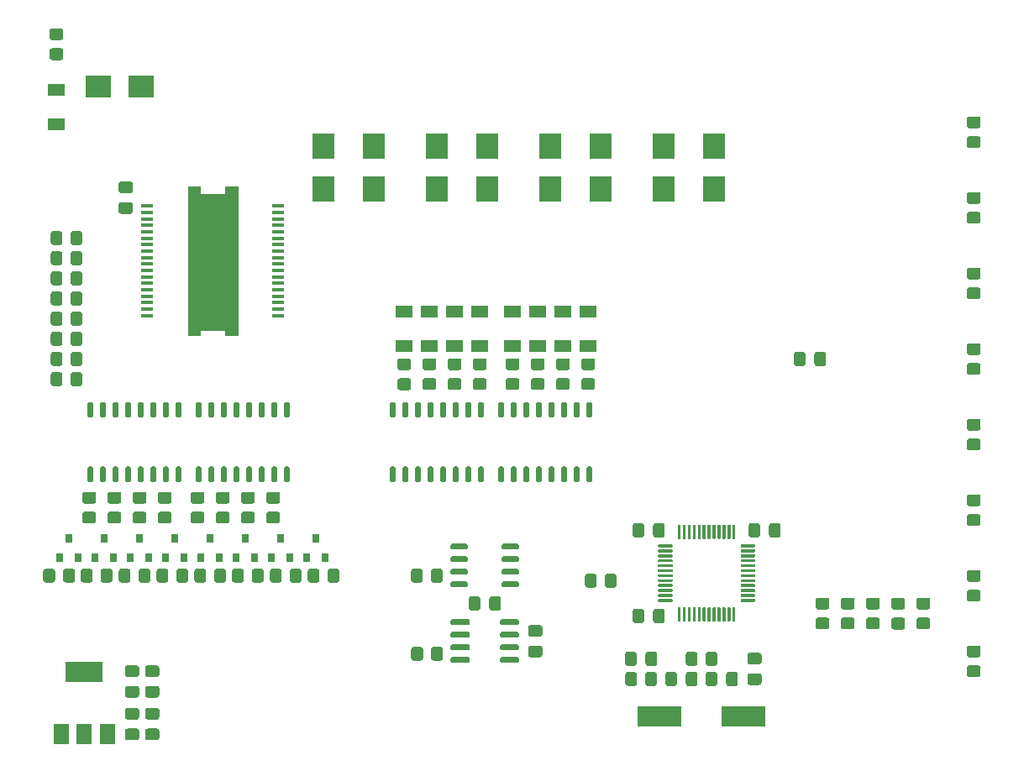
<source format=gbr>
%TF.GenerationSoftware,KiCad,Pcbnew,5.1.10-88a1d61d58~90~ubuntu20.04.1*%
%TF.CreationDate,2021-10-13T16:20:15+02:00*%
%TF.ProjectId,DO8_V1.2,444f385f-5631-42e3-922e-6b696361645f,rev?*%
%TF.SameCoordinates,Original*%
%TF.FileFunction,Paste,Top*%
%TF.FilePolarity,Positive*%
%FSLAX46Y46*%
G04 Gerber Fmt 4.6, Leading zero omitted, Abs format (unit mm)*
G04 Created by KiCad (PCBNEW 5.1.10-88a1d61d58~90~ubuntu20.04.1) date 2021-10-13 16:20:15*
%MOMM*%
%LPD*%
G01*
G04 APERTURE LIST*
%ADD10C,0.010000*%
%ADD11R,1.700000X1.300000*%
%ADD12R,4.500000X2.000000*%
%ADD13R,1.500000X2.000000*%
%ADD14R,3.800000X2.000000*%
%ADD15R,0.800000X0.900000*%
%ADD16R,1.300000X0.350000*%
%ADD17R,2.500000X2.300000*%
%ADD18R,2.300000X2.500000*%
G04 APERTURE END LIST*
D10*
%TO.C,IC1*%
G36*
X90280000Y-92453090D02*
G01*
X90280000Y-107462000D01*
X89031480Y-107462000D01*
X89031480Y-92453090D01*
X90280000Y-92453090D01*
G37*
X90280000Y-92453090D02*
X90280000Y-107462000D01*
X89031480Y-107462000D01*
X89031480Y-92453090D01*
X90280000Y-92453090D01*
G36*
X86530000Y-92460180D02*
G01*
X86530000Y-107462000D01*
X85279390Y-107462000D01*
X85279390Y-92460180D01*
X86530000Y-92460180D01*
G37*
X86530000Y-92460180D02*
X86530000Y-107462000D01*
X85279390Y-107462000D01*
X85279390Y-92460180D01*
X86530000Y-92460180D01*
G36*
X89280000Y-93211940D02*
G01*
X89280000Y-106962000D01*
X86279990Y-106962000D01*
X86279990Y-93211940D01*
X89280000Y-93211940D01*
G37*
X89280000Y-93211940D02*
X89280000Y-106962000D01*
X86279990Y-106962000D01*
X86279990Y-93211940D01*
X89280000Y-93211940D01*
%TD*%
D11*
%TO.C,D26*%
X125626000Y-105070000D03*
X125626000Y-108570000D03*
%TD*%
%TO.C,D25*%
X123086000Y-105070000D03*
X123086000Y-108570000D03*
%TD*%
%TO.C,D24*%
X120546000Y-105070000D03*
X120546000Y-108570000D03*
%TD*%
%TO.C,D23*%
X118006000Y-105070000D03*
X118006000Y-108570000D03*
%TD*%
%TO.C,D22*%
X114704000Y-105070000D03*
X114704000Y-108570000D03*
%TD*%
%TO.C,D21*%
X112164000Y-105070000D03*
X112164000Y-108570000D03*
%TD*%
%TO.C,D20*%
X109624000Y-105070000D03*
X109624000Y-108570000D03*
%TD*%
%TO.C,D19*%
X107084000Y-105070000D03*
X107084000Y-108570000D03*
%TD*%
D12*
%TO.C,Y1*%
X141306000Y-145936000D03*
X132806000Y-145936000D03*
%TD*%
%TO.C,U8*%
G36*
G01*
X125615500Y-120700000D02*
X125890500Y-120700000D01*
G75*
G02*
X126028000Y-120837500I0J-137500D01*
G01*
X126028000Y-122162500D01*
G75*
G02*
X125890500Y-122300000I-137500J0D01*
G01*
X125615500Y-122300000D01*
G75*
G02*
X125478000Y-122162500I0J137500D01*
G01*
X125478000Y-120837500D01*
G75*
G02*
X125615500Y-120700000I137500J0D01*
G01*
G37*
G36*
G01*
X124345500Y-120700000D02*
X124620500Y-120700000D01*
G75*
G02*
X124758000Y-120837500I0J-137500D01*
G01*
X124758000Y-122162500D01*
G75*
G02*
X124620500Y-122300000I-137500J0D01*
G01*
X124345500Y-122300000D01*
G75*
G02*
X124208000Y-122162500I0J137500D01*
G01*
X124208000Y-120837500D01*
G75*
G02*
X124345500Y-120700000I137500J0D01*
G01*
G37*
G36*
G01*
X123075500Y-120700000D02*
X123350500Y-120700000D01*
G75*
G02*
X123488000Y-120837500I0J-137500D01*
G01*
X123488000Y-122162500D01*
G75*
G02*
X123350500Y-122300000I-137500J0D01*
G01*
X123075500Y-122300000D01*
G75*
G02*
X122938000Y-122162500I0J137500D01*
G01*
X122938000Y-120837500D01*
G75*
G02*
X123075500Y-120700000I137500J0D01*
G01*
G37*
G36*
G01*
X121805500Y-120700000D02*
X122080500Y-120700000D01*
G75*
G02*
X122218000Y-120837500I0J-137500D01*
G01*
X122218000Y-122162500D01*
G75*
G02*
X122080500Y-122300000I-137500J0D01*
G01*
X121805500Y-122300000D01*
G75*
G02*
X121668000Y-122162500I0J137500D01*
G01*
X121668000Y-120837500D01*
G75*
G02*
X121805500Y-120700000I137500J0D01*
G01*
G37*
G36*
G01*
X120535500Y-120700000D02*
X120810500Y-120700000D01*
G75*
G02*
X120948000Y-120837500I0J-137500D01*
G01*
X120948000Y-122162500D01*
G75*
G02*
X120810500Y-122300000I-137500J0D01*
G01*
X120535500Y-122300000D01*
G75*
G02*
X120398000Y-122162500I0J137500D01*
G01*
X120398000Y-120837500D01*
G75*
G02*
X120535500Y-120700000I137500J0D01*
G01*
G37*
G36*
G01*
X119265500Y-120700000D02*
X119540500Y-120700000D01*
G75*
G02*
X119678000Y-120837500I0J-137500D01*
G01*
X119678000Y-122162500D01*
G75*
G02*
X119540500Y-122300000I-137500J0D01*
G01*
X119265500Y-122300000D01*
G75*
G02*
X119128000Y-122162500I0J137500D01*
G01*
X119128000Y-120837500D01*
G75*
G02*
X119265500Y-120700000I137500J0D01*
G01*
G37*
G36*
G01*
X117995500Y-120700000D02*
X118270500Y-120700000D01*
G75*
G02*
X118408000Y-120837500I0J-137500D01*
G01*
X118408000Y-122162500D01*
G75*
G02*
X118270500Y-122300000I-137500J0D01*
G01*
X117995500Y-122300000D01*
G75*
G02*
X117858000Y-122162500I0J137500D01*
G01*
X117858000Y-120837500D01*
G75*
G02*
X117995500Y-120700000I137500J0D01*
G01*
G37*
G36*
G01*
X116725500Y-120700000D02*
X117000500Y-120700000D01*
G75*
G02*
X117138000Y-120837500I0J-137500D01*
G01*
X117138000Y-122162500D01*
G75*
G02*
X117000500Y-122300000I-137500J0D01*
G01*
X116725500Y-122300000D01*
G75*
G02*
X116588000Y-122162500I0J137500D01*
G01*
X116588000Y-120837500D01*
G75*
G02*
X116725500Y-120700000I137500J0D01*
G01*
G37*
G36*
G01*
X116725500Y-114200000D02*
X117000500Y-114200000D01*
G75*
G02*
X117138000Y-114337500I0J-137500D01*
G01*
X117138000Y-115662500D01*
G75*
G02*
X117000500Y-115800000I-137500J0D01*
G01*
X116725500Y-115800000D01*
G75*
G02*
X116588000Y-115662500I0J137500D01*
G01*
X116588000Y-114337500D01*
G75*
G02*
X116725500Y-114200000I137500J0D01*
G01*
G37*
G36*
G01*
X117995500Y-114200000D02*
X118270500Y-114200000D01*
G75*
G02*
X118408000Y-114337500I0J-137500D01*
G01*
X118408000Y-115662500D01*
G75*
G02*
X118270500Y-115800000I-137500J0D01*
G01*
X117995500Y-115800000D01*
G75*
G02*
X117858000Y-115662500I0J137500D01*
G01*
X117858000Y-114337500D01*
G75*
G02*
X117995500Y-114200000I137500J0D01*
G01*
G37*
G36*
G01*
X119265500Y-114200000D02*
X119540500Y-114200000D01*
G75*
G02*
X119678000Y-114337500I0J-137500D01*
G01*
X119678000Y-115662500D01*
G75*
G02*
X119540500Y-115800000I-137500J0D01*
G01*
X119265500Y-115800000D01*
G75*
G02*
X119128000Y-115662500I0J137500D01*
G01*
X119128000Y-114337500D01*
G75*
G02*
X119265500Y-114200000I137500J0D01*
G01*
G37*
G36*
G01*
X120535500Y-114200000D02*
X120810500Y-114200000D01*
G75*
G02*
X120948000Y-114337500I0J-137500D01*
G01*
X120948000Y-115662500D01*
G75*
G02*
X120810500Y-115800000I-137500J0D01*
G01*
X120535500Y-115800000D01*
G75*
G02*
X120398000Y-115662500I0J137500D01*
G01*
X120398000Y-114337500D01*
G75*
G02*
X120535500Y-114200000I137500J0D01*
G01*
G37*
G36*
G01*
X121805500Y-114200000D02*
X122080500Y-114200000D01*
G75*
G02*
X122218000Y-114337500I0J-137500D01*
G01*
X122218000Y-115662500D01*
G75*
G02*
X122080500Y-115800000I-137500J0D01*
G01*
X121805500Y-115800000D01*
G75*
G02*
X121668000Y-115662500I0J137500D01*
G01*
X121668000Y-114337500D01*
G75*
G02*
X121805500Y-114200000I137500J0D01*
G01*
G37*
G36*
G01*
X123075500Y-114200000D02*
X123350500Y-114200000D01*
G75*
G02*
X123488000Y-114337500I0J-137500D01*
G01*
X123488000Y-115662500D01*
G75*
G02*
X123350500Y-115800000I-137500J0D01*
G01*
X123075500Y-115800000D01*
G75*
G02*
X122938000Y-115662500I0J137500D01*
G01*
X122938000Y-114337500D01*
G75*
G02*
X123075500Y-114200000I137500J0D01*
G01*
G37*
G36*
G01*
X124345500Y-114200000D02*
X124620500Y-114200000D01*
G75*
G02*
X124758000Y-114337500I0J-137500D01*
G01*
X124758000Y-115662500D01*
G75*
G02*
X124620500Y-115800000I-137500J0D01*
G01*
X124345500Y-115800000D01*
G75*
G02*
X124208000Y-115662500I0J137500D01*
G01*
X124208000Y-114337500D01*
G75*
G02*
X124345500Y-114200000I137500J0D01*
G01*
G37*
G36*
G01*
X125615500Y-114200000D02*
X125890500Y-114200000D01*
G75*
G02*
X126028000Y-114337500I0J-137500D01*
G01*
X126028000Y-115662500D01*
G75*
G02*
X125890500Y-115800000I-137500J0D01*
G01*
X125615500Y-115800000D01*
G75*
G02*
X125478000Y-115662500I0J137500D01*
G01*
X125478000Y-114337500D01*
G75*
G02*
X125615500Y-114200000I137500J0D01*
G01*
G37*
%TD*%
%TO.C,U7*%
G36*
G01*
X114693500Y-120700000D02*
X114968500Y-120700000D01*
G75*
G02*
X115106000Y-120837500I0J-137500D01*
G01*
X115106000Y-122162500D01*
G75*
G02*
X114968500Y-122300000I-137500J0D01*
G01*
X114693500Y-122300000D01*
G75*
G02*
X114556000Y-122162500I0J137500D01*
G01*
X114556000Y-120837500D01*
G75*
G02*
X114693500Y-120700000I137500J0D01*
G01*
G37*
G36*
G01*
X113423500Y-120700000D02*
X113698500Y-120700000D01*
G75*
G02*
X113836000Y-120837500I0J-137500D01*
G01*
X113836000Y-122162500D01*
G75*
G02*
X113698500Y-122300000I-137500J0D01*
G01*
X113423500Y-122300000D01*
G75*
G02*
X113286000Y-122162500I0J137500D01*
G01*
X113286000Y-120837500D01*
G75*
G02*
X113423500Y-120700000I137500J0D01*
G01*
G37*
G36*
G01*
X112153500Y-120700000D02*
X112428500Y-120700000D01*
G75*
G02*
X112566000Y-120837500I0J-137500D01*
G01*
X112566000Y-122162500D01*
G75*
G02*
X112428500Y-122300000I-137500J0D01*
G01*
X112153500Y-122300000D01*
G75*
G02*
X112016000Y-122162500I0J137500D01*
G01*
X112016000Y-120837500D01*
G75*
G02*
X112153500Y-120700000I137500J0D01*
G01*
G37*
G36*
G01*
X110883500Y-120700000D02*
X111158500Y-120700000D01*
G75*
G02*
X111296000Y-120837500I0J-137500D01*
G01*
X111296000Y-122162500D01*
G75*
G02*
X111158500Y-122300000I-137500J0D01*
G01*
X110883500Y-122300000D01*
G75*
G02*
X110746000Y-122162500I0J137500D01*
G01*
X110746000Y-120837500D01*
G75*
G02*
X110883500Y-120700000I137500J0D01*
G01*
G37*
G36*
G01*
X109613500Y-120700000D02*
X109888500Y-120700000D01*
G75*
G02*
X110026000Y-120837500I0J-137500D01*
G01*
X110026000Y-122162500D01*
G75*
G02*
X109888500Y-122300000I-137500J0D01*
G01*
X109613500Y-122300000D01*
G75*
G02*
X109476000Y-122162500I0J137500D01*
G01*
X109476000Y-120837500D01*
G75*
G02*
X109613500Y-120700000I137500J0D01*
G01*
G37*
G36*
G01*
X108343500Y-120700000D02*
X108618500Y-120700000D01*
G75*
G02*
X108756000Y-120837500I0J-137500D01*
G01*
X108756000Y-122162500D01*
G75*
G02*
X108618500Y-122300000I-137500J0D01*
G01*
X108343500Y-122300000D01*
G75*
G02*
X108206000Y-122162500I0J137500D01*
G01*
X108206000Y-120837500D01*
G75*
G02*
X108343500Y-120700000I137500J0D01*
G01*
G37*
G36*
G01*
X107073500Y-120700000D02*
X107348500Y-120700000D01*
G75*
G02*
X107486000Y-120837500I0J-137500D01*
G01*
X107486000Y-122162500D01*
G75*
G02*
X107348500Y-122300000I-137500J0D01*
G01*
X107073500Y-122300000D01*
G75*
G02*
X106936000Y-122162500I0J137500D01*
G01*
X106936000Y-120837500D01*
G75*
G02*
X107073500Y-120700000I137500J0D01*
G01*
G37*
G36*
G01*
X105803500Y-120700000D02*
X106078500Y-120700000D01*
G75*
G02*
X106216000Y-120837500I0J-137500D01*
G01*
X106216000Y-122162500D01*
G75*
G02*
X106078500Y-122300000I-137500J0D01*
G01*
X105803500Y-122300000D01*
G75*
G02*
X105666000Y-122162500I0J137500D01*
G01*
X105666000Y-120837500D01*
G75*
G02*
X105803500Y-120700000I137500J0D01*
G01*
G37*
G36*
G01*
X105803500Y-114200000D02*
X106078500Y-114200000D01*
G75*
G02*
X106216000Y-114337500I0J-137500D01*
G01*
X106216000Y-115662500D01*
G75*
G02*
X106078500Y-115800000I-137500J0D01*
G01*
X105803500Y-115800000D01*
G75*
G02*
X105666000Y-115662500I0J137500D01*
G01*
X105666000Y-114337500D01*
G75*
G02*
X105803500Y-114200000I137500J0D01*
G01*
G37*
G36*
G01*
X107073500Y-114200000D02*
X107348500Y-114200000D01*
G75*
G02*
X107486000Y-114337500I0J-137500D01*
G01*
X107486000Y-115662500D01*
G75*
G02*
X107348500Y-115800000I-137500J0D01*
G01*
X107073500Y-115800000D01*
G75*
G02*
X106936000Y-115662500I0J137500D01*
G01*
X106936000Y-114337500D01*
G75*
G02*
X107073500Y-114200000I137500J0D01*
G01*
G37*
G36*
G01*
X108343500Y-114200000D02*
X108618500Y-114200000D01*
G75*
G02*
X108756000Y-114337500I0J-137500D01*
G01*
X108756000Y-115662500D01*
G75*
G02*
X108618500Y-115800000I-137500J0D01*
G01*
X108343500Y-115800000D01*
G75*
G02*
X108206000Y-115662500I0J137500D01*
G01*
X108206000Y-114337500D01*
G75*
G02*
X108343500Y-114200000I137500J0D01*
G01*
G37*
G36*
G01*
X109613500Y-114200000D02*
X109888500Y-114200000D01*
G75*
G02*
X110026000Y-114337500I0J-137500D01*
G01*
X110026000Y-115662500D01*
G75*
G02*
X109888500Y-115800000I-137500J0D01*
G01*
X109613500Y-115800000D01*
G75*
G02*
X109476000Y-115662500I0J137500D01*
G01*
X109476000Y-114337500D01*
G75*
G02*
X109613500Y-114200000I137500J0D01*
G01*
G37*
G36*
G01*
X110883500Y-114200000D02*
X111158500Y-114200000D01*
G75*
G02*
X111296000Y-114337500I0J-137500D01*
G01*
X111296000Y-115662500D01*
G75*
G02*
X111158500Y-115800000I-137500J0D01*
G01*
X110883500Y-115800000D01*
G75*
G02*
X110746000Y-115662500I0J137500D01*
G01*
X110746000Y-114337500D01*
G75*
G02*
X110883500Y-114200000I137500J0D01*
G01*
G37*
G36*
G01*
X112153500Y-114200000D02*
X112428500Y-114200000D01*
G75*
G02*
X112566000Y-114337500I0J-137500D01*
G01*
X112566000Y-115662500D01*
G75*
G02*
X112428500Y-115800000I-137500J0D01*
G01*
X112153500Y-115800000D01*
G75*
G02*
X112016000Y-115662500I0J137500D01*
G01*
X112016000Y-114337500D01*
G75*
G02*
X112153500Y-114200000I137500J0D01*
G01*
G37*
G36*
G01*
X113423500Y-114200000D02*
X113698500Y-114200000D01*
G75*
G02*
X113836000Y-114337500I0J-137500D01*
G01*
X113836000Y-115662500D01*
G75*
G02*
X113698500Y-115800000I-137500J0D01*
G01*
X113423500Y-115800000D01*
G75*
G02*
X113286000Y-115662500I0J137500D01*
G01*
X113286000Y-114337500D01*
G75*
G02*
X113423500Y-114200000I137500J0D01*
G01*
G37*
G36*
G01*
X114693500Y-114200000D02*
X114968500Y-114200000D01*
G75*
G02*
X115106000Y-114337500I0J-137500D01*
G01*
X115106000Y-115662500D01*
G75*
G02*
X114968500Y-115800000I-137500J0D01*
G01*
X114693500Y-115800000D01*
G75*
G02*
X114556000Y-115662500I0J137500D01*
G01*
X114556000Y-114337500D01*
G75*
G02*
X114693500Y-114200000I137500J0D01*
G01*
G37*
%TD*%
%TO.C,U6*%
G36*
G01*
X86520500Y-115800000D02*
X86245500Y-115800000D01*
G75*
G02*
X86108000Y-115662500I0J137500D01*
G01*
X86108000Y-114337500D01*
G75*
G02*
X86245500Y-114200000I137500J0D01*
G01*
X86520500Y-114200000D01*
G75*
G02*
X86658000Y-114337500I0J-137500D01*
G01*
X86658000Y-115662500D01*
G75*
G02*
X86520500Y-115800000I-137500J0D01*
G01*
G37*
G36*
G01*
X87790500Y-115800000D02*
X87515500Y-115800000D01*
G75*
G02*
X87378000Y-115662500I0J137500D01*
G01*
X87378000Y-114337500D01*
G75*
G02*
X87515500Y-114200000I137500J0D01*
G01*
X87790500Y-114200000D01*
G75*
G02*
X87928000Y-114337500I0J-137500D01*
G01*
X87928000Y-115662500D01*
G75*
G02*
X87790500Y-115800000I-137500J0D01*
G01*
G37*
G36*
G01*
X89060500Y-115800000D02*
X88785500Y-115800000D01*
G75*
G02*
X88648000Y-115662500I0J137500D01*
G01*
X88648000Y-114337500D01*
G75*
G02*
X88785500Y-114200000I137500J0D01*
G01*
X89060500Y-114200000D01*
G75*
G02*
X89198000Y-114337500I0J-137500D01*
G01*
X89198000Y-115662500D01*
G75*
G02*
X89060500Y-115800000I-137500J0D01*
G01*
G37*
G36*
G01*
X90330500Y-115800000D02*
X90055500Y-115800000D01*
G75*
G02*
X89918000Y-115662500I0J137500D01*
G01*
X89918000Y-114337500D01*
G75*
G02*
X90055500Y-114200000I137500J0D01*
G01*
X90330500Y-114200000D01*
G75*
G02*
X90468000Y-114337500I0J-137500D01*
G01*
X90468000Y-115662500D01*
G75*
G02*
X90330500Y-115800000I-137500J0D01*
G01*
G37*
G36*
G01*
X91600500Y-115800000D02*
X91325500Y-115800000D01*
G75*
G02*
X91188000Y-115662500I0J137500D01*
G01*
X91188000Y-114337500D01*
G75*
G02*
X91325500Y-114200000I137500J0D01*
G01*
X91600500Y-114200000D01*
G75*
G02*
X91738000Y-114337500I0J-137500D01*
G01*
X91738000Y-115662500D01*
G75*
G02*
X91600500Y-115800000I-137500J0D01*
G01*
G37*
G36*
G01*
X92870500Y-115800000D02*
X92595500Y-115800000D01*
G75*
G02*
X92458000Y-115662500I0J137500D01*
G01*
X92458000Y-114337500D01*
G75*
G02*
X92595500Y-114200000I137500J0D01*
G01*
X92870500Y-114200000D01*
G75*
G02*
X93008000Y-114337500I0J-137500D01*
G01*
X93008000Y-115662500D01*
G75*
G02*
X92870500Y-115800000I-137500J0D01*
G01*
G37*
G36*
G01*
X94140500Y-115800000D02*
X93865500Y-115800000D01*
G75*
G02*
X93728000Y-115662500I0J137500D01*
G01*
X93728000Y-114337500D01*
G75*
G02*
X93865500Y-114200000I137500J0D01*
G01*
X94140500Y-114200000D01*
G75*
G02*
X94278000Y-114337500I0J-137500D01*
G01*
X94278000Y-115662500D01*
G75*
G02*
X94140500Y-115800000I-137500J0D01*
G01*
G37*
G36*
G01*
X95410500Y-115800000D02*
X95135500Y-115800000D01*
G75*
G02*
X94998000Y-115662500I0J137500D01*
G01*
X94998000Y-114337500D01*
G75*
G02*
X95135500Y-114200000I137500J0D01*
G01*
X95410500Y-114200000D01*
G75*
G02*
X95548000Y-114337500I0J-137500D01*
G01*
X95548000Y-115662500D01*
G75*
G02*
X95410500Y-115800000I-137500J0D01*
G01*
G37*
G36*
G01*
X95410500Y-122300000D02*
X95135500Y-122300000D01*
G75*
G02*
X94998000Y-122162500I0J137500D01*
G01*
X94998000Y-120837500D01*
G75*
G02*
X95135500Y-120700000I137500J0D01*
G01*
X95410500Y-120700000D01*
G75*
G02*
X95548000Y-120837500I0J-137500D01*
G01*
X95548000Y-122162500D01*
G75*
G02*
X95410500Y-122300000I-137500J0D01*
G01*
G37*
G36*
G01*
X94140500Y-122300000D02*
X93865500Y-122300000D01*
G75*
G02*
X93728000Y-122162500I0J137500D01*
G01*
X93728000Y-120837500D01*
G75*
G02*
X93865500Y-120700000I137500J0D01*
G01*
X94140500Y-120700000D01*
G75*
G02*
X94278000Y-120837500I0J-137500D01*
G01*
X94278000Y-122162500D01*
G75*
G02*
X94140500Y-122300000I-137500J0D01*
G01*
G37*
G36*
G01*
X92870500Y-122300000D02*
X92595500Y-122300000D01*
G75*
G02*
X92458000Y-122162500I0J137500D01*
G01*
X92458000Y-120837500D01*
G75*
G02*
X92595500Y-120700000I137500J0D01*
G01*
X92870500Y-120700000D01*
G75*
G02*
X93008000Y-120837500I0J-137500D01*
G01*
X93008000Y-122162500D01*
G75*
G02*
X92870500Y-122300000I-137500J0D01*
G01*
G37*
G36*
G01*
X91600500Y-122300000D02*
X91325500Y-122300000D01*
G75*
G02*
X91188000Y-122162500I0J137500D01*
G01*
X91188000Y-120837500D01*
G75*
G02*
X91325500Y-120700000I137500J0D01*
G01*
X91600500Y-120700000D01*
G75*
G02*
X91738000Y-120837500I0J-137500D01*
G01*
X91738000Y-122162500D01*
G75*
G02*
X91600500Y-122300000I-137500J0D01*
G01*
G37*
G36*
G01*
X90330500Y-122300000D02*
X90055500Y-122300000D01*
G75*
G02*
X89918000Y-122162500I0J137500D01*
G01*
X89918000Y-120837500D01*
G75*
G02*
X90055500Y-120700000I137500J0D01*
G01*
X90330500Y-120700000D01*
G75*
G02*
X90468000Y-120837500I0J-137500D01*
G01*
X90468000Y-122162500D01*
G75*
G02*
X90330500Y-122300000I-137500J0D01*
G01*
G37*
G36*
G01*
X89060500Y-122300000D02*
X88785500Y-122300000D01*
G75*
G02*
X88648000Y-122162500I0J137500D01*
G01*
X88648000Y-120837500D01*
G75*
G02*
X88785500Y-120700000I137500J0D01*
G01*
X89060500Y-120700000D01*
G75*
G02*
X89198000Y-120837500I0J-137500D01*
G01*
X89198000Y-122162500D01*
G75*
G02*
X89060500Y-122300000I-137500J0D01*
G01*
G37*
G36*
G01*
X87790500Y-122300000D02*
X87515500Y-122300000D01*
G75*
G02*
X87378000Y-122162500I0J137500D01*
G01*
X87378000Y-120837500D01*
G75*
G02*
X87515500Y-120700000I137500J0D01*
G01*
X87790500Y-120700000D01*
G75*
G02*
X87928000Y-120837500I0J-137500D01*
G01*
X87928000Y-122162500D01*
G75*
G02*
X87790500Y-122300000I-137500J0D01*
G01*
G37*
G36*
G01*
X86520500Y-122300000D02*
X86245500Y-122300000D01*
G75*
G02*
X86108000Y-122162500I0J137500D01*
G01*
X86108000Y-120837500D01*
G75*
G02*
X86245500Y-120700000I137500J0D01*
G01*
X86520500Y-120700000D01*
G75*
G02*
X86658000Y-120837500I0J-137500D01*
G01*
X86658000Y-122162500D01*
G75*
G02*
X86520500Y-122300000I-137500J0D01*
G01*
G37*
%TD*%
%TO.C,U5*%
G36*
G01*
X75598500Y-115800000D02*
X75323500Y-115800000D01*
G75*
G02*
X75186000Y-115662500I0J137500D01*
G01*
X75186000Y-114337500D01*
G75*
G02*
X75323500Y-114200000I137500J0D01*
G01*
X75598500Y-114200000D01*
G75*
G02*
X75736000Y-114337500I0J-137500D01*
G01*
X75736000Y-115662500D01*
G75*
G02*
X75598500Y-115800000I-137500J0D01*
G01*
G37*
G36*
G01*
X76868500Y-115800000D02*
X76593500Y-115800000D01*
G75*
G02*
X76456000Y-115662500I0J137500D01*
G01*
X76456000Y-114337500D01*
G75*
G02*
X76593500Y-114200000I137500J0D01*
G01*
X76868500Y-114200000D01*
G75*
G02*
X77006000Y-114337500I0J-137500D01*
G01*
X77006000Y-115662500D01*
G75*
G02*
X76868500Y-115800000I-137500J0D01*
G01*
G37*
G36*
G01*
X78138500Y-115800000D02*
X77863500Y-115800000D01*
G75*
G02*
X77726000Y-115662500I0J137500D01*
G01*
X77726000Y-114337500D01*
G75*
G02*
X77863500Y-114200000I137500J0D01*
G01*
X78138500Y-114200000D01*
G75*
G02*
X78276000Y-114337500I0J-137500D01*
G01*
X78276000Y-115662500D01*
G75*
G02*
X78138500Y-115800000I-137500J0D01*
G01*
G37*
G36*
G01*
X79408500Y-115800000D02*
X79133500Y-115800000D01*
G75*
G02*
X78996000Y-115662500I0J137500D01*
G01*
X78996000Y-114337500D01*
G75*
G02*
X79133500Y-114200000I137500J0D01*
G01*
X79408500Y-114200000D01*
G75*
G02*
X79546000Y-114337500I0J-137500D01*
G01*
X79546000Y-115662500D01*
G75*
G02*
X79408500Y-115800000I-137500J0D01*
G01*
G37*
G36*
G01*
X80678500Y-115800000D02*
X80403500Y-115800000D01*
G75*
G02*
X80266000Y-115662500I0J137500D01*
G01*
X80266000Y-114337500D01*
G75*
G02*
X80403500Y-114200000I137500J0D01*
G01*
X80678500Y-114200000D01*
G75*
G02*
X80816000Y-114337500I0J-137500D01*
G01*
X80816000Y-115662500D01*
G75*
G02*
X80678500Y-115800000I-137500J0D01*
G01*
G37*
G36*
G01*
X81948500Y-115800000D02*
X81673500Y-115800000D01*
G75*
G02*
X81536000Y-115662500I0J137500D01*
G01*
X81536000Y-114337500D01*
G75*
G02*
X81673500Y-114200000I137500J0D01*
G01*
X81948500Y-114200000D01*
G75*
G02*
X82086000Y-114337500I0J-137500D01*
G01*
X82086000Y-115662500D01*
G75*
G02*
X81948500Y-115800000I-137500J0D01*
G01*
G37*
G36*
G01*
X83218500Y-115800000D02*
X82943500Y-115800000D01*
G75*
G02*
X82806000Y-115662500I0J137500D01*
G01*
X82806000Y-114337500D01*
G75*
G02*
X82943500Y-114200000I137500J0D01*
G01*
X83218500Y-114200000D01*
G75*
G02*
X83356000Y-114337500I0J-137500D01*
G01*
X83356000Y-115662500D01*
G75*
G02*
X83218500Y-115800000I-137500J0D01*
G01*
G37*
G36*
G01*
X84488500Y-115800000D02*
X84213500Y-115800000D01*
G75*
G02*
X84076000Y-115662500I0J137500D01*
G01*
X84076000Y-114337500D01*
G75*
G02*
X84213500Y-114200000I137500J0D01*
G01*
X84488500Y-114200000D01*
G75*
G02*
X84626000Y-114337500I0J-137500D01*
G01*
X84626000Y-115662500D01*
G75*
G02*
X84488500Y-115800000I-137500J0D01*
G01*
G37*
G36*
G01*
X84488500Y-122300000D02*
X84213500Y-122300000D01*
G75*
G02*
X84076000Y-122162500I0J137500D01*
G01*
X84076000Y-120837500D01*
G75*
G02*
X84213500Y-120700000I137500J0D01*
G01*
X84488500Y-120700000D01*
G75*
G02*
X84626000Y-120837500I0J-137500D01*
G01*
X84626000Y-122162500D01*
G75*
G02*
X84488500Y-122300000I-137500J0D01*
G01*
G37*
G36*
G01*
X83218500Y-122300000D02*
X82943500Y-122300000D01*
G75*
G02*
X82806000Y-122162500I0J137500D01*
G01*
X82806000Y-120837500D01*
G75*
G02*
X82943500Y-120700000I137500J0D01*
G01*
X83218500Y-120700000D01*
G75*
G02*
X83356000Y-120837500I0J-137500D01*
G01*
X83356000Y-122162500D01*
G75*
G02*
X83218500Y-122300000I-137500J0D01*
G01*
G37*
G36*
G01*
X81948500Y-122300000D02*
X81673500Y-122300000D01*
G75*
G02*
X81536000Y-122162500I0J137500D01*
G01*
X81536000Y-120837500D01*
G75*
G02*
X81673500Y-120700000I137500J0D01*
G01*
X81948500Y-120700000D01*
G75*
G02*
X82086000Y-120837500I0J-137500D01*
G01*
X82086000Y-122162500D01*
G75*
G02*
X81948500Y-122300000I-137500J0D01*
G01*
G37*
G36*
G01*
X80678500Y-122300000D02*
X80403500Y-122300000D01*
G75*
G02*
X80266000Y-122162500I0J137500D01*
G01*
X80266000Y-120837500D01*
G75*
G02*
X80403500Y-120700000I137500J0D01*
G01*
X80678500Y-120700000D01*
G75*
G02*
X80816000Y-120837500I0J-137500D01*
G01*
X80816000Y-122162500D01*
G75*
G02*
X80678500Y-122300000I-137500J0D01*
G01*
G37*
G36*
G01*
X79408500Y-122300000D02*
X79133500Y-122300000D01*
G75*
G02*
X78996000Y-122162500I0J137500D01*
G01*
X78996000Y-120837500D01*
G75*
G02*
X79133500Y-120700000I137500J0D01*
G01*
X79408500Y-120700000D01*
G75*
G02*
X79546000Y-120837500I0J-137500D01*
G01*
X79546000Y-122162500D01*
G75*
G02*
X79408500Y-122300000I-137500J0D01*
G01*
G37*
G36*
G01*
X78138500Y-122300000D02*
X77863500Y-122300000D01*
G75*
G02*
X77726000Y-122162500I0J137500D01*
G01*
X77726000Y-120837500D01*
G75*
G02*
X77863500Y-120700000I137500J0D01*
G01*
X78138500Y-120700000D01*
G75*
G02*
X78276000Y-120837500I0J-137500D01*
G01*
X78276000Y-122162500D01*
G75*
G02*
X78138500Y-122300000I-137500J0D01*
G01*
G37*
G36*
G01*
X76868500Y-122300000D02*
X76593500Y-122300000D01*
G75*
G02*
X76456000Y-122162500I0J137500D01*
G01*
X76456000Y-120837500D01*
G75*
G02*
X76593500Y-120700000I137500J0D01*
G01*
X76868500Y-120700000D01*
G75*
G02*
X77006000Y-120837500I0J-137500D01*
G01*
X77006000Y-122162500D01*
G75*
G02*
X76868500Y-122300000I-137500J0D01*
G01*
G37*
G36*
G01*
X75598500Y-122300000D02*
X75323500Y-122300000D01*
G75*
G02*
X75186000Y-122162500I0J137500D01*
G01*
X75186000Y-120837500D01*
G75*
G02*
X75323500Y-120700000I137500J0D01*
G01*
X75598500Y-120700000D01*
G75*
G02*
X75736000Y-120837500I0J-137500D01*
G01*
X75736000Y-122162500D01*
G75*
G02*
X75598500Y-122300000I-137500J0D01*
G01*
G37*
%TD*%
D13*
%TO.C,U4*%
X72540000Y-147714000D03*
X77140000Y-147714000D03*
X74840000Y-147714000D03*
D14*
X74840000Y-141414000D03*
%TD*%
%TO.C,U3*%
G36*
G01*
X134064000Y-134358000D02*
X132739000Y-134358000D01*
G75*
G02*
X132664000Y-134283000I0J75000D01*
G01*
X132664000Y-134133000D01*
G75*
G02*
X132739000Y-134058000I75000J0D01*
G01*
X134064000Y-134058000D01*
G75*
G02*
X134139000Y-134133000I0J-75000D01*
G01*
X134139000Y-134283000D01*
G75*
G02*
X134064000Y-134358000I-75000J0D01*
G01*
G37*
G36*
G01*
X134064000Y-133858000D02*
X132739000Y-133858000D01*
G75*
G02*
X132664000Y-133783000I0J75000D01*
G01*
X132664000Y-133633000D01*
G75*
G02*
X132739000Y-133558000I75000J0D01*
G01*
X134064000Y-133558000D01*
G75*
G02*
X134139000Y-133633000I0J-75000D01*
G01*
X134139000Y-133783000D01*
G75*
G02*
X134064000Y-133858000I-75000J0D01*
G01*
G37*
G36*
G01*
X134064000Y-133358000D02*
X132739000Y-133358000D01*
G75*
G02*
X132664000Y-133283000I0J75000D01*
G01*
X132664000Y-133133000D01*
G75*
G02*
X132739000Y-133058000I75000J0D01*
G01*
X134064000Y-133058000D01*
G75*
G02*
X134139000Y-133133000I0J-75000D01*
G01*
X134139000Y-133283000D01*
G75*
G02*
X134064000Y-133358000I-75000J0D01*
G01*
G37*
G36*
G01*
X134064000Y-132858000D02*
X132739000Y-132858000D01*
G75*
G02*
X132664000Y-132783000I0J75000D01*
G01*
X132664000Y-132633000D01*
G75*
G02*
X132739000Y-132558000I75000J0D01*
G01*
X134064000Y-132558000D01*
G75*
G02*
X134139000Y-132633000I0J-75000D01*
G01*
X134139000Y-132783000D01*
G75*
G02*
X134064000Y-132858000I-75000J0D01*
G01*
G37*
G36*
G01*
X134064000Y-132358000D02*
X132739000Y-132358000D01*
G75*
G02*
X132664000Y-132283000I0J75000D01*
G01*
X132664000Y-132133000D01*
G75*
G02*
X132739000Y-132058000I75000J0D01*
G01*
X134064000Y-132058000D01*
G75*
G02*
X134139000Y-132133000I0J-75000D01*
G01*
X134139000Y-132283000D01*
G75*
G02*
X134064000Y-132358000I-75000J0D01*
G01*
G37*
G36*
G01*
X134064000Y-131858000D02*
X132739000Y-131858000D01*
G75*
G02*
X132664000Y-131783000I0J75000D01*
G01*
X132664000Y-131633000D01*
G75*
G02*
X132739000Y-131558000I75000J0D01*
G01*
X134064000Y-131558000D01*
G75*
G02*
X134139000Y-131633000I0J-75000D01*
G01*
X134139000Y-131783000D01*
G75*
G02*
X134064000Y-131858000I-75000J0D01*
G01*
G37*
G36*
G01*
X134064000Y-131358000D02*
X132739000Y-131358000D01*
G75*
G02*
X132664000Y-131283000I0J75000D01*
G01*
X132664000Y-131133000D01*
G75*
G02*
X132739000Y-131058000I75000J0D01*
G01*
X134064000Y-131058000D01*
G75*
G02*
X134139000Y-131133000I0J-75000D01*
G01*
X134139000Y-131283000D01*
G75*
G02*
X134064000Y-131358000I-75000J0D01*
G01*
G37*
G36*
G01*
X134064000Y-130858000D02*
X132739000Y-130858000D01*
G75*
G02*
X132664000Y-130783000I0J75000D01*
G01*
X132664000Y-130633000D01*
G75*
G02*
X132739000Y-130558000I75000J0D01*
G01*
X134064000Y-130558000D01*
G75*
G02*
X134139000Y-130633000I0J-75000D01*
G01*
X134139000Y-130783000D01*
G75*
G02*
X134064000Y-130858000I-75000J0D01*
G01*
G37*
G36*
G01*
X134064000Y-130358000D02*
X132739000Y-130358000D01*
G75*
G02*
X132664000Y-130283000I0J75000D01*
G01*
X132664000Y-130133000D01*
G75*
G02*
X132739000Y-130058000I75000J0D01*
G01*
X134064000Y-130058000D01*
G75*
G02*
X134139000Y-130133000I0J-75000D01*
G01*
X134139000Y-130283000D01*
G75*
G02*
X134064000Y-130358000I-75000J0D01*
G01*
G37*
G36*
G01*
X134064000Y-129858000D02*
X132739000Y-129858000D01*
G75*
G02*
X132664000Y-129783000I0J75000D01*
G01*
X132664000Y-129633000D01*
G75*
G02*
X132739000Y-129558000I75000J0D01*
G01*
X134064000Y-129558000D01*
G75*
G02*
X134139000Y-129633000I0J-75000D01*
G01*
X134139000Y-129783000D01*
G75*
G02*
X134064000Y-129858000I-75000J0D01*
G01*
G37*
G36*
G01*
X134064000Y-129358000D02*
X132739000Y-129358000D01*
G75*
G02*
X132664000Y-129283000I0J75000D01*
G01*
X132664000Y-129133000D01*
G75*
G02*
X132739000Y-129058000I75000J0D01*
G01*
X134064000Y-129058000D01*
G75*
G02*
X134139000Y-129133000I0J-75000D01*
G01*
X134139000Y-129283000D01*
G75*
G02*
X134064000Y-129358000I-75000J0D01*
G01*
G37*
G36*
G01*
X134064000Y-128858000D02*
X132739000Y-128858000D01*
G75*
G02*
X132664000Y-128783000I0J75000D01*
G01*
X132664000Y-128633000D01*
G75*
G02*
X132739000Y-128558000I75000J0D01*
G01*
X134064000Y-128558000D01*
G75*
G02*
X134139000Y-128633000I0J-75000D01*
G01*
X134139000Y-128783000D01*
G75*
G02*
X134064000Y-128858000I-75000J0D01*
G01*
G37*
G36*
G01*
X134889000Y-128033000D02*
X134739000Y-128033000D01*
G75*
G02*
X134664000Y-127958000I0J75000D01*
G01*
X134664000Y-126633000D01*
G75*
G02*
X134739000Y-126558000I75000J0D01*
G01*
X134889000Y-126558000D01*
G75*
G02*
X134964000Y-126633000I0J-75000D01*
G01*
X134964000Y-127958000D01*
G75*
G02*
X134889000Y-128033000I-75000J0D01*
G01*
G37*
G36*
G01*
X135389000Y-128033000D02*
X135239000Y-128033000D01*
G75*
G02*
X135164000Y-127958000I0J75000D01*
G01*
X135164000Y-126633000D01*
G75*
G02*
X135239000Y-126558000I75000J0D01*
G01*
X135389000Y-126558000D01*
G75*
G02*
X135464000Y-126633000I0J-75000D01*
G01*
X135464000Y-127958000D01*
G75*
G02*
X135389000Y-128033000I-75000J0D01*
G01*
G37*
G36*
G01*
X135889000Y-128033000D02*
X135739000Y-128033000D01*
G75*
G02*
X135664000Y-127958000I0J75000D01*
G01*
X135664000Y-126633000D01*
G75*
G02*
X135739000Y-126558000I75000J0D01*
G01*
X135889000Y-126558000D01*
G75*
G02*
X135964000Y-126633000I0J-75000D01*
G01*
X135964000Y-127958000D01*
G75*
G02*
X135889000Y-128033000I-75000J0D01*
G01*
G37*
G36*
G01*
X136389000Y-128033000D02*
X136239000Y-128033000D01*
G75*
G02*
X136164000Y-127958000I0J75000D01*
G01*
X136164000Y-126633000D01*
G75*
G02*
X136239000Y-126558000I75000J0D01*
G01*
X136389000Y-126558000D01*
G75*
G02*
X136464000Y-126633000I0J-75000D01*
G01*
X136464000Y-127958000D01*
G75*
G02*
X136389000Y-128033000I-75000J0D01*
G01*
G37*
G36*
G01*
X136889000Y-128033000D02*
X136739000Y-128033000D01*
G75*
G02*
X136664000Y-127958000I0J75000D01*
G01*
X136664000Y-126633000D01*
G75*
G02*
X136739000Y-126558000I75000J0D01*
G01*
X136889000Y-126558000D01*
G75*
G02*
X136964000Y-126633000I0J-75000D01*
G01*
X136964000Y-127958000D01*
G75*
G02*
X136889000Y-128033000I-75000J0D01*
G01*
G37*
G36*
G01*
X137389000Y-128033000D02*
X137239000Y-128033000D01*
G75*
G02*
X137164000Y-127958000I0J75000D01*
G01*
X137164000Y-126633000D01*
G75*
G02*
X137239000Y-126558000I75000J0D01*
G01*
X137389000Y-126558000D01*
G75*
G02*
X137464000Y-126633000I0J-75000D01*
G01*
X137464000Y-127958000D01*
G75*
G02*
X137389000Y-128033000I-75000J0D01*
G01*
G37*
G36*
G01*
X137889000Y-128033000D02*
X137739000Y-128033000D01*
G75*
G02*
X137664000Y-127958000I0J75000D01*
G01*
X137664000Y-126633000D01*
G75*
G02*
X137739000Y-126558000I75000J0D01*
G01*
X137889000Y-126558000D01*
G75*
G02*
X137964000Y-126633000I0J-75000D01*
G01*
X137964000Y-127958000D01*
G75*
G02*
X137889000Y-128033000I-75000J0D01*
G01*
G37*
G36*
G01*
X138389000Y-128033000D02*
X138239000Y-128033000D01*
G75*
G02*
X138164000Y-127958000I0J75000D01*
G01*
X138164000Y-126633000D01*
G75*
G02*
X138239000Y-126558000I75000J0D01*
G01*
X138389000Y-126558000D01*
G75*
G02*
X138464000Y-126633000I0J-75000D01*
G01*
X138464000Y-127958000D01*
G75*
G02*
X138389000Y-128033000I-75000J0D01*
G01*
G37*
G36*
G01*
X138889000Y-128033000D02*
X138739000Y-128033000D01*
G75*
G02*
X138664000Y-127958000I0J75000D01*
G01*
X138664000Y-126633000D01*
G75*
G02*
X138739000Y-126558000I75000J0D01*
G01*
X138889000Y-126558000D01*
G75*
G02*
X138964000Y-126633000I0J-75000D01*
G01*
X138964000Y-127958000D01*
G75*
G02*
X138889000Y-128033000I-75000J0D01*
G01*
G37*
G36*
G01*
X139389000Y-128033000D02*
X139239000Y-128033000D01*
G75*
G02*
X139164000Y-127958000I0J75000D01*
G01*
X139164000Y-126633000D01*
G75*
G02*
X139239000Y-126558000I75000J0D01*
G01*
X139389000Y-126558000D01*
G75*
G02*
X139464000Y-126633000I0J-75000D01*
G01*
X139464000Y-127958000D01*
G75*
G02*
X139389000Y-128033000I-75000J0D01*
G01*
G37*
G36*
G01*
X139889000Y-128033000D02*
X139739000Y-128033000D01*
G75*
G02*
X139664000Y-127958000I0J75000D01*
G01*
X139664000Y-126633000D01*
G75*
G02*
X139739000Y-126558000I75000J0D01*
G01*
X139889000Y-126558000D01*
G75*
G02*
X139964000Y-126633000I0J-75000D01*
G01*
X139964000Y-127958000D01*
G75*
G02*
X139889000Y-128033000I-75000J0D01*
G01*
G37*
G36*
G01*
X140389000Y-128033000D02*
X140239000Y-128033000D01*
G75*
G02*
X140164000Y-127958000I0J75000D01*
G01*
X140164000Y-126633000D01*
G75*
G02*
X140239000Y-126558000I75000J0D01*
G01*
X140389000Y-126558000D01*
G75*
G02*
X140464000Y-126633000I0J-75000D01*
G01*
X140464000Y-127958000D01*
G75*
G02*
X140389000Y-128033000I-75000J0D01*
G01*
G37*
G36*
G01*
X142389000Y-128858000D02*
X141064000Y-128858000D01*
G75*
G02*
X140989000Y-128783000I0J75000D01*
G01*
X140989000Y-128633000D01*
G75*
G02*
X141064000Y-128558000I75000J0D01*
G01*
X142389000Y-128558000D01*
G75*
G02*
X142464000Y-128633000I0J-75000D01*
G01*
X142464000Y-128783000D01*
G75*
G02*
X142389000Y-128858000I-75000J0D01*
G01*
G37*
G36*
G01*
X142389000Y-129358000D02*
X141064000Y-129358000D01*
G75*
G02*
X140989000Y-129283000I0J75000D01*
G01*
X140989000Y-129133000D01*
G75*
G02*
X141064000Y-129058000I75000J0D01*
G01*
X142389000Y-129058000D01*
G75*
G02*
X142464000Y-129133000I0J-75000D01*
G01*
X142464000Y-129283000D01*
G75*
G02*
X142389000Y-129358000I-75000J0D01*
G01*
G37*
G36*
G01*
X142389000Y-129858000D02*
X141064000Y-129858000D01*
G75*
G02*
X140989000Y-129783000I0J75000D01*
G01*
X140989000Y-129633000D01*
G75*
G02*
X141064000Y-129558000I75000J0D01*
G01*
X142389000Y-129558000D01*
G75*
G02*
X142464000Y-129633000I0J-75000D01*
G01*
X142464000Y-129783000D01*
G75*
G02*
X142389000Y-129858000I-75000J0D01*
G01*
G37*
G36*
G01*
X142389000Y-130358000D02*
X141064000Y-130358000D01*
G75*
G02*
X140989000Y-130283000I0J75000D01*
G01*
X140989000Y-130133000D01*
G75*
G02*
X141064000Y-130058000I75000J0D01*
G01*
X142389000Y-130058000D01*
G75*
G02*
X142464000Y-130133000I0J-75000D01*
G01*
X142464000Y-130283000D01*
G75*
G02*
X142389000Y-130358000I-75000J0D01*
G01*
G37*
G36*
G01*
X142389000Y-130858000D02*
X141064000Y-130858000D01*
G75*
G02*
X140989000Y-130783000I0J75000D01*
G01*
X140989000Y-130633000D01*
G75*
G02*
X141064000Y-130558000I75000J0D01*
G01*
X142389000Y-130558000D01*
G75*
G02*
X142464000Y-130633000I0J-75000D01*
G01*
X142464000Y-130783000D01*
G75*
G02*
X142389000Y-130858000I-75000J0D01*
G01*
G37*
G36*
G01*
X142389000Y-131358000D02*
X141064000Y-131358000D01*
G75*
G02*
X140989000Y-131283000I0J75000D01*
G01*
X140989000Y-131133000D01*
G75*
G02*
X141064000Y-131058000I75000J0D01*
G01*
X142389000Y-131058000D01*
G75*
G02*
X142464000Y-131133000I0J-75000D01*
G01*
X142464000Y-131283000D01*
G75*
G02*
X142389000Y-131358000I-75000J0D01*
G01*
G37*
G36*
G01*
X142389000Y-131858000D02*
X141064000Y-131858000D01*
G75*
G02*
X140989000Y-131783000I0J75000D01*
G01*
X140989000Y-131633000D01*
G75*
G02*
X141064000Y-131558000I75000J0D01*
G01*
X142389000Y-131558000D01*
G75*
G02*
X142464000Y-131633000I0J-75000D01*
G01*
X142464000Y-131783000D01*
G75*
G02*
X142389000Y-131858000I-75000J0D01*
G01*
G37*
G36*
G01*
X142389000Y-132358000D02*
X141064000Y-132358000D01*
G75*
G02*
X140989000Y-132283000I0J75000D01*
G01*
X140989000Y-132133000D01*
G75*
G02*
X141064000Y-132058000I75000J0D01*
G01*
X142389000Y-132058000D01*
G75*
G02*
X142464000Y-132133000I0J-75000D01*
G01*
X142464000Y-132283000D01*
G75*
G02*
X142389000Y-132358000I-75000J0D01*
G01*
G37*
G36*
G01*
X142389000Y-132858000D02*
X141064000Y-132858000D01*
G75*
G02*
X140989000Y-132783000I0J75000D01*
G01*
X140989000Y-132633000D01*
G75*
G02*
X141064000Y-132558000I75000J0D01*
G01*
X142389000Y-132558000D01*
G75*
G02*
X142464000Y-132633000I0J-75000D01*
G01*
X142464000Y-132783000D01*
G75*
G02*
X142389000Y-132858000I-75000J0D01*
G01*
G37*
G36*
G01*
X142389000Y-133358000D02*
X141064000Y-133358000D01*
G75*
G02*
X140989000Y-133283000I0J75000D01*
G01*
X140989000Y-133133000D01*
G75*
G02*
X141064000Y-133058000I75000J0D01*
G01*
X142389000Y-133058000D01*
G75*
G02*
X142464000Y-133133000I0J-75000D01*
G01*
X142464000Y-133283000D01*
G75*
G02*
X142389000Y-133358000I-75000J0D01*
G01*
G37*
G36*
G01*
X142389000Y-133858000D02*
X141064000Y-133858000D01*
G75*
G02*
X140989000Y-133783000I0J75000D01*
G01*
X140989000Y-133633000D01*
G75*
G02*
X141064000Y-133558000I75000J0D01*
G01*
X142389000Y-133558000D01*
G75*
G02*
X142464000Y-133633000I0J-75000D01*
G01*
X142464000Y-133783000D01*
G75*
G02*
X142389000Y-133858000I-75000J0D01*
G01*
G37*
G36*
G01*
X142389000Y-134358000D02*
X141064000Y-134358000D01*
G75*
G02*
X140989000Y-134283000I0J75000D01*
G01*
X140989000Y-134133000D01*
G75*
G02*
X141064000Y-134058000I75000J0D01*
G01*
X142389000Y-134058000D01*
G75*
G02*
X142464000Y-134133000I0J-75000D01*
G01*
X142464000Y-134283000D01*
G75*
G02*
X142389000Y-134358000I-75000J0D01*
G01*
G37*
G36*
G01*
X140389000Y-136358000D02*
X140239000Y-136358000D01*
G75*
G02*
X140164000Y-136283000I0J75000D01*
G01*
X140164000Y-134958000D01*
G75*
G02*
X140239000Y-134883000I75000J0D01*
G01*
X140389000Y-134883000D01*
G75*
G02*
X140464000Y-134958000I0J-75000D01*
G01*
X140464000Y-136283000D01*
G75*
G02*
X140389000Y-136358000I-75000J0D01*
G01*
G37*
G36*
G01*
X139889000Y-136358000D02*
X139739000Y-136358000D01*
G75*
G02*
X139664000Y-136283000I0J75000D01*
G01*
X139664000Y-134958000D01*
G75*
G02*
X139739000Y-134883000I75000J0D01*
G01*
X139889000Y-134883000D01*
G75*
G02*
X139964000Y-134958000I0J-75000D01*
G01*
X139964000Y-136283000D01*
G75*
G02*
X139889000Y-136358000I-75000J0D01*
G01*
G37*
G36*
G01*
X139389000Y-136358000D02*
X139239000Y-136358000D01*
G75*
G02*
X139164000Y-136283000I0J75000D01*
G01*
X139164000Y-134958000D01*
G75*
G02*
X139239000Y-134883000I75000J0D01*
G01*
X139389000Y-134883000D01*
G75*
G02*
X139464000Y-134958000I0J-75000D01*
G01*
X139464000Y-136283000D01*
G75*
G02*
X139389000Y-136358000I-75000J0D01*
G01*
G37*
G36*
G01*
X138889000Y-136358000D02*
X138739000Y-136358000D01*
G75*
G02*
X138664000Y-136283000I0J75000D01*
G01*
X138664000Y-134958000D01*
G75*
G02*
X138739000Y-134883000I75000J0D01*
G01*
X138889000Y-134883000D01*
G75*
G02*
X138964000Y-134958000I0J-75000D01*
G01*
X138964000Y-136283000D01*
G75*
G02*
X138889000Y-136358000I-75000J0D01*
G01*
G37*
G36*
G01*
X138389000Y-136358000D02*
X138239000Y-136358000D01*
G75*
G02*
X138164000Y-136283000I0J75000D01*
G01*
X138164000Y-134958000D01*
G75*
G02*
X138239000Y-134883000I75000J0D01*
G01*
X138389000Y-134883000D01*
G75*
G02*
X138464000Y-134958000I0J-75000D01*
G01*
X138464000Y-136283000D01*
G75*
G02*
X138389000Y-136358000I-75000J0D01*
G01*
G37*
G36*
G01*
X137889000Y-136358000D02*
X137739000Y-136358000D01*
G75*
G02*
X137664000Y-136283000I0J75000D01*
G01*
X137664000Y-134958000D01*
G75*
G02*
X137739000Y-134883000I75000J0D01*
G01*
X137889000Y-134883000D01*
G75*
G02*
X137964000Y-134958000I0J-75000D01*
G01*
X137964000Y-136283000D01*
G75*
G02*
X137889000Y-136358000I-75000J0D01*
G01*
G37*
G36*
G01*
X137389000Y-136358000D02*
X137239000Y-136358000D01*
G75*
G02*
X137164000Y-136283000I0J75000D01*
G01*
X137164000Y-134958000D01*
G75*
G02*
X137239000Y-134883000I75000J0D01*
G01*
X137389000Y-134883000D01*
G75*
G02*
X137464000Y-134958000I0J-75000D01*
G01*
X137464000Y-136283000D01*
G75*
G02*
X137389000Y-136358000I-75000J0D01*
G01*
G37*
G36*
G01*
X136889000Y-136358000D02*
X136739000Y-136358000D01*
G75*
G02*
X136664000Y-136283000I0J75000D01*
G01*
X136664000Y-134958000D01*
G75*
G02*
X136739000Y-134883000I75000J0D01*
G01*
X136889000Y-134883000D01*
G75*
G02*
X136964000Y-134958000I0J-75000D01*
G01*
X136964000Y-136283000D01*
G75*
G02*
X136889000Y-136358000I-75000J0D01*
G01*
G37*
G36*
G01*
X136389000Y-136358000D02*
X136239000Y-136358000D01*
G75*
G02*
X136164000Y-136283000I0J75000D01*
G01*
X136164000Y-134958000D01*
G75*
G02*
X136239000Y-134883000I75000J0D01*
G01*
X136389000Y-134883000D01*
G75*
G02*
X136464000Y-134958000I0J-75000D01*
G01*
X136464000Y-136283000D01*
G75*
G02*
X136389000Y-136358000I-75000J0D01*
G01*
G37*
G36*
G01*
X135889000Y-136358000D02*
X135739000Y-136358000D01*
G75*
G02*
X135664000Y-136283000I0J75000D01*
G01*
X135664000Y-134958000D01*
G75*
G02*
X135739000Y-134883000I75000J0D01*
G01*
X135889000Y-134883000D01*
G75*
G02*
X135964000Y-134958000I0J-75000D01*
G01*
X135964000Y-136283000D01*
G75*
G02*
X135889000Y-136358000I-75000J0D01*
G01*
G37*
G36*
G01*
X135389000Y-136358000D02*
X135239000Y-136358000D01*
G75*
G02*
X135164000Y-136283000I0J75000D01*
G01*
X135164000Y-134958000D01*
G75*
G02*
X135239000Y-134883000I75000J0D01*
G01*
X135389000Y-134883000D01*
G75*
G02*
X135464000Y-134958000I0J-75000D01*
G01*
X135464000Y-136283000D01*
G75*
G02*
X135389000Y-136358000I-75000J0D01*
G01*
G37*
G36*
G01*
X134889000Y-136358000D02*
X134739000Y-136358000D01*
G75*
G02*
X134664000Y-136283000I0J75000D01*
G01*
X134664000Y-134958000D01*
G75*
G02*
X134739000Y-134883000I75000J0D01*
G01*
X134889000Y-134883000D01*
G75*
G02*
X134964000Y-134958000I0J-75000D01*
G01*
X134964000Y-136283000D01*
G75*
G02*
X134889000Y-136358000I-75000J0D01*
G01*
G37*
%TD*%
%TO.C,U2*%
G36*
G01*
X113512000Y-132451000D02*
X113512000Y-132751000D01*
G75*
G02*
X113362000Y-132901000I-150000J0D01*
G01*
X111912000Y-132901000D01*
G75*
G02*
X111762000Y-132751000I0J150000D01*
G01*
X111762000Y-132451000D01*
G75*
G02*
X111912000Y-132301000I150000J0D01*
G01*
X113362000Y-132301000D01*
G75*
G02*
X113512000Y-132451000I0J-150000D01*
G01*
G37*
G36*
G01*
X113512000Y-131181000D02*
X113512000Y-131481000D01*
G75*
G02*
X113362000Y-131631000I-150000J0D01*
G01*
X111912000Y-131631000D01*
G75*
G02*
X111762000Y-131481000I0J150000D01*
G01*
X111762000Y-131181000D01*
G75*
G02*
X111912000Y-131031000I150000J0D01*
G01*
X113362000Y-131031000D01*
G75*
G02*
X113512000Y-131181000I0J-150000D01*
G01*
G37*
G36*
G01*
X113512000Y-129911000D02*
X113512000Y-130211000D01*
G75*
G02*
X113362000Y-130361000I-150000J0D01*
G01*
X111912000Y-130361000D01*
G75*
G02*
X111762000Y-130211000I0J150000D01*
G01*
X111762000Y-129911000D01*
G75*
G02*
X111912000Y-129761000I150000J0D01*
G01*
X113362000Y-129761000D01*
G75*
G02*
X113512000Y-129911000I0J-150000D01*
G01*
G37*
G36*
G01*
X113512000Y-128641000D02*
X113512000Y-128941000D01*
G75*
G02*
X113362000Y-129091000I-150000J0D01*
G01*
X111912000Y-129091000D01*
G75*
G02*
X111762000Y-128941000I0J150000D01*
G01*
X111762000Y-128641000D01*
G75*
G02*
X111912000Y-128491000I150000J0D01*
G01*
X113362000Y-128491000D01*
G75*
G02*
X113512000Y-128641000I0J-150000D01*
G01*
G37*
G36*
G01*
X118662000Y-128641000D02*
X118662000Y-128941000D01*
G75*
G02*
X118512000Y-129091000I-150000J0D01*
G01*
X117062000Y-129091000D01*
G75*
G02*
X116912000Y-128941000I0J150000D01*
G01*
X116912000Y-128641000D01*
G75*
G02*
X117062000Y-128491000I150000J0D01*
G01*
X118512000Y-128491000D01*
G75*
G02*
X118662000Y-128641000I0J-150000D01*
G01*
G37*
G36*
G01*
X118662000Y-129911000D02*
X118662000Y-130211000D01*
G75*
G02*
X118512000Y-130361000I-150000J0D01*
G01*
X117062000Y-130361000D01*
G75*
G02*
X116912000Y-130211000I0J150000D01*
G01*
X116912000Y-129911000D01*
G75*
G02*
X117062000Y-129761000I150000J0D01*
G01*
X118512000Y-129761000D01*
G75*
G02*
X118662000Y-129911000I0J-150000D01*
G01*
G37*
G36*
G01*
X118662000Y-131181000D02*
X118662000Y-131481000D01*
G75*
G02*
X118512000Y-131631000I-150000J0D01*
G01*
X117062000Y-131631000D01*
G75*
G02*
X116912000Y-131481000I0J150000D01*
G01*
X116912000Y-131181000D01*
G75*
G02*
X117062000Y-131031000I150000J0D01*
G01*
X118512000Y-131031000D01*
G75*
G02*
X118662000Y-131181000I0J-150000D01*
G01*
G37*
G36*
G01*
X118662000Y-132451000D02*
X118662000Y-132751000D01*
G75*
G02*
X118512000Y-132901000I-150000J0D01*
G01*
X117062000Y-132901000D01*
G75*
G02*
X116912000Y-132751000I0J150000D01*
G01*
X116912000Y-132451000D01*
G75*
G02*
X117062000Y-132301000I150000J0D01*
G01*
X118512000Y-132301000D01*
G75*
G02*
X118662000Y-132451000I0J-150000D01*
G01*
G37*
%TD*%
%TO.C,U1*%
G36*
G01*
X113712000Y-140071000D02*
X113712000Y-140371000D01*
G75*
G02*
X113562000Y-140521000I-150000J0D01*
G01*
X111912000Y-140521000D01*
G75*
G02*
X111762000Y-140371000I0J150000D01*
G01*
X111762000Y-140071000D01*
G75*
G02*
X111912000Y-139921000I150000J0D01*
G01*
X113562000Y-139921000D01*
G75*
G02*
X113712000Y-140071000I0J-150000D01*
G01*
G37*
G36*
G01*
X113712000Y-138801000D02*
X113712000Y-139101000D01*
G75*
G02*
X113562000Y-139251000I-150000J0D01*
G01*
X111912000Y-139251000D01*
G75*
G02*
X111762000Y-139101000I0J150000D01*
G01*
X111762000Y-138801000D01*
G75*
G02*
X111912000Y-138651000I150000J0D01*
G01*
X113562000Y-138651000D01*
G75*
G02*
X113712000Y-138801000I0J-150000D01*
G01*
G37*
G36*
G01*
X113712000Y-137531000D02*
X113712000Y-137831000D01*
G75*
G02*
X113562000Y-137981000I-150000J0D01*
G01*
X111912000Y-137981000D01*
G75*
G02*
X111762000Y-137831000I0J150000D01*
G01*
X111762000Y-137531000D01*
G75*
G02*
X111912000Y-137381000I150000J0D01*
G01*
X113562000Y-137381000D01*
G75*
G02*
X113712000Y-137531000I0J-150000D01*
G01*
G37*
G36*
G01*
X113712000Y-136261000D02*
X113712000Y-136561000D01*
G75*
G02*
X113562000Y-136711000I-150000J0D01*
G01*
X111912000Y-136711000D01*
G75*
G02*
X111762000Y-136561000I0J150000D01*
G01*
X111762000Y-136261000D01*
G75*
G02*
X111912000Y-136111000I150000J0D01*
G01*
X113562000Y-136111000D01*
G75*
G02*
X113712000Y-136261000I0J-150000D01*
G01*
G37*
G36*
G01*
X118662000Y-136261000D02*
X118662000Y-136561000D01*
G75*
G02*
X118512000Y-136711000I-150000J0D01*
G01*
X116862000Y-136711000D01*
G75*
G02*
X116712000Y-136561000I0J150000D01*
G01*
X116712000Y-136261000D01*
G75*
G02*
X116862000Y-136111000I150000J0D01*
G01*
X118512000Y-136111000D01*
G75*
G02*
X118662000Y-136261000I0J-150000D01*
G01*
G37*
G36*
G01*
X118662000Y-137531000D02*
X118662000Y-137831000D01*
G75*
G02*
X118512000Y-137981000I-150000J0D01*
G01*
X116862000Y-137981000D01*
G75*
G02*
X116712000Y-137831000I0J150000D01*
G01*
X116712000Y-137531000D01*
G75*
G02*
X116862000Y-137381000I150000J0D01*
G01*
X118512000Y-137381000D01*
G75*
G02*
X118662000Y-137531000I0J-150000D01*
G01*
G37*
G36*
G01*
X118662000Y-138801000D02*
X118662000Y-139101000D01*
G75*
G02*
X118512000Y-139251000I-150000J0D01*
G01*
X116862000Y-139251000D01*
G75*
G02*
X116712000Y-139101000I0J150000D01*
G01*
X116712000Y-138801000D01*
G75*
G02*
X116862000Y-138651000I150000J0D01*
G01*
X118512000Y-138651000D01*
G75*
G02*
X118662000Y-138801000I0J-150000D01*
G01*
G37*
G36*
G01*
X118662000Y-140071000D02*
X118662000Y-140371000D01*
G75*
G02*
X118512000Y-140521000I-150000J0D01*
G01*
X116862000Y-140521000D01*
G75*
G02*
X116712000Y-140371000I0J150000D01*
G01*
X116712000Y-140071000D01*
G75*
G02*
X116862000Y-139921000I150000J0D01*
G01*
X118512000Y-139921000D01*
G75*
G02*
X118662000Y-140071000I0J-150000D01*
G01*
G37*
%TD*%
%TO.C,R51*%
G36*
G01*
X137456000Y-140544001D02*
X137456000Y-139643999D01*
G75*
G02*
X137705999Y-139394000I249999J0D01*
G01*
X138406001Y-139394000D01*
G75*
G02*
X138656000Y-139643999I0J-249999D01*
G01*
X138656000Y-140544001D01*
G75*
G02*
X138406001Y-140794000I-249999J0D01*
G01*
X137705999Y-140794000D01*
G75*
G02*
X137456000Y-140544001I0J249999D01*
G01*
G37*
G36*
G01*
X135456000Y-140544001D02*
X135456000Y-139643999D01*
G75*
G02*
X135705999Y-139394000I249999J0D01*
G01*
X136406001Y-139394000D01*
G75*
G02*
X136656000Y-139643999I0J-249999D01*
G01*
X136656000Y-140544001D01*
G75*
G02*
X136406001Y-140794000I-249999J0D01*
G01*
X135705999Y-140794000D01*
G75*
G02*
X135456000Y-140544001I0J249999D01*
G01*
G37*
%TD*%
%TO.C,R50*%
G36*
G01*
X131360000Y-142576001D02*
X131360000Y-141675999D01*
G75*
G02*
X131609999Y-141426000I249999J0D01*
G01*
X132310001Y-141426000D01*
G75*
G02*
X132560000Y-141675999I0J-249999D01*
G01*
X132560000Y-142576001D01*
G75*
G02*
X132310001Y-142826000I-249999J0D01*
G01*
X131609999Y-142826000D01*
G75*
G02*
X131360000Y-142576001I0J249999D01*
G01*
G37*
G36*
G01*
X129360000Y-142576001D02*
X129360000Y-141675999D01*
G75*
G02*
X129609999Y-141426000I249999J0D01*
G01*
X130310001Y-141426000D01*
G75*
G02*
X130560000Y-141675999I0J-249999D01*
G01*
X130560000Y-142576001D01*
G75*
G02*
X130310001Y-142826000I-249999J0D01*
G01*
X129609999Y-142826000D01*
G75*
G02*
X129360000Y-142576001I0J249999D01*
G01*
G37*
%TD*%
%TO.C,R49*%
G36*
G01*
X72482001Y-77734000D02*
X71581999Y-77734000D01*
G75*
G02*
X71332000Y-77484001I0J249999D01*
G01*
X71332000Y-76783999D01*
G75*
G02*
X71581999Y-76534000I249999J0D01*
G01*
X72482001Y-76534000D01*
G75*
G02*
X72732000Y-76783999I0J-249999D01*
G01*
X72732000Y-77484001D01*
G75*
G02*
X72482001Y-77734000I-249999J0D01*
G01*
G37*
G36*
G01*
X72482001Y-79734000D02*
X71581999Y-79734000D01*
G75*
G02*
X71332000Y-79484001I0J249999D01*
G01*
X71332000Y-78783999D01*
G75*
G02*
X71581999Y-78534000I249999J0D01*
G01*
X72482001Y-78534000D01*
G75*
G02*
X72732000Y-78783999I0J-249999D01*
G01*
X72732000Y-79484001D01*
G75*
G02*
X72482001Y-79734000I-249999J0D01*
G01*
G37*
%TD*%
%TO.C,R48*%
G36*
G01*
X125175999Y-111792000D02*
X126076001Y-111792000D01*
G75*
G02*
X126326000Y-112041999I0J-249999D01*
G01*
X126326000Y-112742001D01*
G75*
G02*
X126076001Y-112992000I-249999J0D01*
G01*
X125175999Y-112992000D01*
G75*
G02*
X124926000Y-112742001I0J249999D01*
G01*
X124926000Y-112041999D01*
G75*
G02*
X125175999Y-111792000I249999J0D01*
G01*
G37*
G36*
G01*
X125175999Y-109792000D02*
X126076001Y-109792000D01*
G75*
G02*
X126326000Y-110041999I0J-249999D01*
G01*
X126326000Y-110742001D01*
G75*
G02*
X126076001Y-110992000I-249999J0D01*
G01*
X125175999Y-110992000D01*
G75*
G02*
X124926000Y-110742001I0J249999D01*
G01*
X124926000Y-110041999D01*
G75*
G02*
X125175999Y-109792000I249999J0D01*
G01*
G37*
%TD*%
%TO.C,R47*%
G36*
G01*
X164938001Y-139948000D02*
X164037999Y-139948000D01*
G75*
G02*
X163788000Y-139698001I0J249999D01*
G01*
X163788000Y-138997999D01*
G75*
G02*
X164037999Y-138748000I249999J0D01*
G01*
X164938001Y-138748000D01*
G75*
G02*
X165188000Y-138997999I0J-249999D01*
G01*
X165188000Y-139698001D01*
G75*
G02*
X164938001Y-139948000I-249999J0D01*
G01*
G37*
G36*
G01*
X164938001Y-141948000D02*
X164037999Y-141948000D01*
G75*
G02*
X163788000Y-141698001I0J249999D01*
G01*
X163788000Y-140997999D01*
G75*
G02*
X164037999Y-140748000I249999J0D01*
G01*
X164938001Y-140748000D01*
G75*
G02*
X165188000Y-140997999I0J-249999D01*
G01*
X165188000Y-141698001D01*
G75*
G02*
X164938001Y-141948000I-249999J0D01*
G01*
G37*
%TD*%
%TO.C,R46*%
G36*
G01*
X122635999Y-111792000D02*
X123536001Y-111792000D01*
G75*
G02*
X123786000Y-112041999I0J-249999D01*
G01*
X123786000Y-112742001D01*
G75*
G02*
X123536001Y-112992000I-249999J0D01*
G01*
X122635999Y-112992000D01*
G75*
G02*
X122386000Y-112742001I0J249999D01*
G01*
X122386000Y-112041999D01*
G75*
G02*
X122635999Y-111792000I249999J0D01*
G01*
G37*
G36*
G01*
X122635999Y-109792000D02*
X123536001Y-109792000D01*
G75*
G02*
X123786000Y-110041999I0J-249999D01*
G01*
X123786000Y-110742001D01*
G75*
G02*
X123536001Y-110992000I-249999J0D01*
G01*
X122635999Y-110992000D01*
G75*
G02*
X122386000Y-110742001I0J249999D01*
G01*
X122386000Y-110041999D01*
G75*
G02*
X122635999Y-109792000I249999J0D01*
G01*
G37*
%TD*%
%TO.C,R45*%
G36*
G01*
X164938001Y-132328000D02*
X164037999Y-132328000D01*
G75*
G02*
X163788000Y-132078001I0J249999D01*
G01*
X163788000Y-131377999D01*
G75*
G02*
X164037999Y-131128000I249999J0D01*
G01*
X164938001Y-131128000D01*
G75*
G02*
X165188000Y-131377999I0J-249999D01*
G01*
X165188000Y-132078001D01*
G75*
G02*
X164938001Y-132328000I-249999J0D01*
G01*
G37*
G36*
G01*
X164938001Y-134328000D02*
X164037999Y-134328000D01*
G75*
G02*
X163788000Y-134078001I0J249999D01*
G01*
X163788000Y-133377999D01*
G75*
G02*
X164037999Y-133128000I249999J0D01*
G01*
X164938001Y-133128000D01*
G75*
G02*
X165188000Y-133377999I0J-249999D01*
G01*
X165188000Y-134078001D01*
G75*
G02*
X164938001Y-134328000I-249999J0D01*
G01*
G37*
%TD*%
%TO.C,R44*%
G36*
G01*
X120095999Y-111792000D02*
X120996001Y-111792000D01*
G75*
G02*
X121246000Y-112041999I0J-249999D01*
G01*
X121246000Y-112742001D01*
G75*
G02*
X120996001Y-112992000I-249999J0D01*
G01*
X120095999Y-112992000D01*
G75*
G02*
X119846000Y-112742001I0J249999D01*
G01*
X119846000Y-112041999D01*
G75*
G02*
X120095999Y-111792000I249999J0D01*
G01*
G37*
G36*
G01*
X120095999Y-109792000D02*
X120996001Y-109792000D01*
G75*
G02*
X121246000Y-110041999I0J-249999D01*
G01*
X121246000Y-110742001D01*
G75*
G02*
X120996001Y-110992000I-249999J0D01*
G01*
X120095999Y-110992000D01*
G75*
G02*
X119846000Y-110742001I0J249999D01*
G01*
X119846000Y-110041999D01*
G75*
G02*
X120095999Y-109792000I249999J0D01*
G01*
G37*
%TD*%
%TO.C,R43*%
G36*
G01*
X164938001Y-124708000D02*
X164037999Y-124708000D01*
G75*
G02*
X163788000Y-124458001I0J249999D01*
G01*
X163788000Y-123757999D01*
G75*
G02*
X164037999Y-123508000I249999J0D01*
G01*
X164938001Y-123508000D01*
G75*
G02*
X165188000Y-123757999I0J-249999D01*
G01*
X165188000Y-124458001D01*
G75*
G02*
X164938001Y-124708000I-249999J0D01*
G01*
G37*
G36*
G01*
X164938001Y-126708000D02*
X164037999Y-126708000D01*
G75*
G02*
X163788000Y-126458001I0J249999D01*
G01*
X163788000Y-125757999D01*
G75*
G02*
X164037999Y-125508000I249999J0D01*
G01*
X164938001Y-125508000D01*
G75*
G02*
X165188000Y-125757999I0J-249999D01*
G01*
X165188000Y-126458001D01*
G75*
G02*
X164938001Y-126708000I-249999J0D01*
G01*
G37*
%TD*%
%TO.C,R42*%
G36*
G01*
X117555999Y-111792000D02*
X118456001Y-111792000D01*
G75*
G02*
X118706000Y-112041999I0J-249999D01*
G01*
X118706000Y-112742001D01*
G75*
G02*
X118456001Y-112992000I-249999J0D01*
G01*
X117555999Y-112992000D01*
G75*
G02*
X117306000Y-112742001I0J249999D01*
G01*
X117306000Y-112041999D01*
G75*
G02*
X117555999Y-111792000I249999J0D01*
G01*
G37*
G36*
G01*
X117555999Y-109792000D02*
X118456001Y-109792000D01*
G75*
G02*
X118706000Y-110041999I0J-249999D01*
G01*
X118706000Y-110742001D01*
G75*
G02*
X118456001Y-110992000I-249999J0D01*
G01*
X117555999Y-110992000D01*
G75*
G02*
X117306000Y-110742001I0J249999D01*
G01*
X117306000Y-110041999D01*
G75*
G02*
X117555999Y-109792000I249999J0D01*
G01*
G37*
%TD*%
%TO.C,R41*%
G36*
G01*
X164938001Y-117088000D02*
X164037999Y-117088000D01*
G75*
G02*
X163788000Y-116838001I0J249999D01*
G01*
X163788000Y-116137999D01*
G75*
G02*
X164037999Y-115888000I249999J0D01*
G01*
X164938001Y-115888000D01*
G75*
G02*
X165188000Y-116137999I0J-249999D01*
G01*
X165188000Y-116838001D01*
G75*
G02*
X164938001Y-117088000I-249999J0D01*
G01*
G37*
G36*
G01*
X164938001Y-119088000D02*
X164037999Y-119088000D01*
G75*
G02*
X163788000Y-118838001I0J249999D01*
G01*
X163788000Y-118137999D01*
G75*
G02*
X164037999Y-117888000I249999J0D01*
G01*
X164938001Y-117888000D01*
G75*
G02*
X165188000Y-118137999I0J-249999D01*
G01*
X165188000Y-118838001D01*
G75*
G02*
X164938001Y-119088000I-249999J0D01*
G01*
G37*
%TD*%
%TO.C,R40*%
G36*
G01*
X114253999Y-111792000D02*
X115154001Y-111792000D01*
G75*
G02*
X115404000Y-112041999I0J-249999D01*
G01*
X115404000Y-112742001D01*
G75*
G02*
X115154001Y-112992000I-249999J0D01*
G01*
X114253999Y-112992000D01*
G75*
G02*
X114004000Y-112742001I0J249999D01*
G01*
X114004000Y-112041999D01*
G75*
G02*
X114253999Y-111792000I249999J0D01*
G01*
G37*
G36*
G01*
X114253999Y-109792000D02*
X115154001Y-109792000D01*
G75*
G02*
X115404000Y-110041999I0J-249999D01*
G01*
X115404000Y-110742001D01*
G75*
G02*
X115154001Y-110992000I-249999J0D01*
G01*
X114253999Y-110992000D01*
G75*
G02*
X114004000Y-110742001I0J249999D01*
G01*
X114004000Y-110041999D01*
G75*
G02*
X114253999Y-109792000I249999J0D01*
G01*
G37*
%TD*%
%TO.C,R39*%
G36*
G01*
X164938001Y-109468000D02*
X164037999Y-109468000D01*
G75*
G02*
X163788000Y-109218001I0J249999D01*
G01*
X163788000Y-108517999D01*
G75*
G02*
X164037999Y-108268000I249999J0D01*
G01*
X164938001Y-108268000D01*
G75*
G02*
X165188000Y-108517999I0J-249999D01*
G01*
X165188000Y-109218001D01*
G75*
G02*
X164938001Y-109468000I-249999J0D01*
G01*
G37*
G36*
G01*
X164938001Y-111468000D02*
X164037999Y-111468000D01*
G75*
G02*
X163788000Y-111218001I0J249999D01*
G01*
X163788000Y-110517999D01*
G75*
G02*
X164037999Y-110268000I249999J0D01*
G01*
X164938001Y-110268000D01*
G75*
G02*
X165188000Y-110517999I0J-249999D01*
G01*
X165188000Y-111218001D01*
G75*
G02*
X164938001Y-111468000I-249999J0D01*
G01*
G37*
%TD*%
%TO.C,R38*%
G36*
G01*
X111713999Y-111792000D02*
X112614001Y-111792000D01*
G75*
G02*
X112864000Y-112041999I0J-249999D01*
G01*
X112864000Y-112742001D01*
G75*
G02*
X112614001Y-112992000I-249999J0D01*
G01*
X111713999Y-112992000D01*
G75*
G02*
X111464000Y-112742001I0J249999D01*
G01*
X111464000Y-112041999D01*
G75*
G02*
X111713999Y-111792000I249999J0D01*
G01*
G37*
G36*
G01*
X111713999Y-109792000D02*
X112614001Y-109792000D01*
G75*
G02*
X112864000Y-110041999I0J-249999D01*
G01*
X112864000Y-110742001D01*
G75*
G02*
X112614001Y-110992000I-249999J0D01*
G01*
X111713999Y-110992000D01*
G75*
G02*
X111464000Y-110742001I0J249999D01*
G01*
X111464000Y-110041999D01*
G75*
G02*
X111713999Y-109792000I249999J0D01*
G01*
G37*
%TD*%
%TO.C,R37*%
G36*
G01*
X164938001Y-101848000D02*
X164037999Y-101848000D01*
G75*
G02*
X163788000Y-101598001I0J249999D01*
G01*
X163788000Y-100897999D01*
G75*
G02*
X164037999Y-100648000I249999J0D01*
G01*
X164938001Y-100648000D01*
G75*
G02*
X165188000Y-100897999I0J-249999D01*
G01*
X165188000Y-101598001D01*
G75*
G02*
X164938001Y-101848000I-249999J0D01*
G01*
G37*
G36*
G01*
X164938001Y-103848000D02*
X164037999Y-103848000D01*
G75*
G02*
X163788000Y-103598001I0J249999D01*
G01*
X163788000Y-102897999D01*
G75*
G02*
X164037999Y-102648000I249999J0D01*
G01*
X164938001Y-102648000D01*
G75*
G02*
X165188000Y-102897999I0J-249999D01*
G01*
X165188000Y-103598001D01*
G75*
G02*
X164938001Y-103848000I-249999J0D01*
G01*
G37*
%TD*%
%TO.C,R36*%
G36*
G01*
X109173999Y-111792000D02*
X110074001Y-111792000D01*
G75*
G02*
X110324000Y-112041999I0J-249999D01*
G01*
X110324000Y-112742001D01*
G75*
G02*
X110074001Y-112992000I-249999J0D01*
G01*
X109173999Y-112992000D01*
G75*
G02*
X108924000Y-112742001I0J249999D01*
G01*
X108924000Y-112041999D01*
G75*
G02*
X109173999Y-111792000I249999J0D01*
G01*
G37*
G36*
G01*
X109173999Y-109792000D02*
X110074001Y-109792000D01*
G75*
G02*
X110324000Y-110041999I0J-249999D01*
G01*
X110324000Y-110742001D01*
G75*
G02*
X110074001Y-110992000I-249999J0D01*
G01*
X109173999Y-110992000D01*
G75*
G02*
X108924000Y-110742001I0J249999D01*
G01*
X108924000Y-110041999D01*
G75*
G02*
X109173999Y-109792000I249999J0D01*
G01*
G37*
%TD*%
%TO.C,R35*%
G36*
G01*
X164938001Y-94228000D02*
X164037999Y-94228000D01*
G75*
G02*
X163788000Y-93978001I0J249999D01*
G01*
X163788000Y-93277999D01*
G75*
G02*
X164037999Y-93028000I249999J0D01*
G01*
X164938001Y-93028000D01*
G75*
G02*
X165188000Y-93277999I0J-249999D01*
G01*
X165188000Y-93978001D01*
G75*
G02*
X164938001Y-94228000I-249999J0D01*
G01*
G37*
G36*
G01*
X164938001Y-96228000D02*
X164037999Y-96228000D01*
G75*
G02*
X163788000Y-95978001I0J249999D01*
G01*
X163788000Y-95277999D01*
G75*
G02*
X164037999Y-95028000I249999J0D01*
G01*
X164938001Y-95028000D01*
G75*
G02*
X165188000Y-95277999I0J-249999D01*
G01*
X165188000Y-95978001D01*
G75*
G02*
X164938001Y-96228000I-249999J0D01*
G01*
G37*
%TD*%
%TO.C,R34*%
G36*
G01*
X106633999Y-111808000D02*
X107534001Y-111808000D01*
G75*
G02*
X107784000Y-112057999I0J-249999D01*
G01*
X107784000Y-112758001D01*
G75*
G02*
X107534001Y-113008000I-249999J0D01*
G01*
X106633999Y-113008000D01*
G75*
G02*
X106384000Y-112758001I0J249999D01*
G01*
X106384000Y-112057999D01*
G75*
G02*
X106633999Y-111808000I249999J0D01*
G01*
G37*
G36*
G01*
X106633999Y-109808000D02*
X107534001Y-109808000D01*
G75*
G02*
X107784000Y-110057999I0J-249999D01*
G01*
X107784000Y-110758001D01*
G75*
G02*
X107534001Y-111008000I-249999J0D01*
G01*
X106633999Y-111008000D01*
G75*
G02*
X106384000Y-110758001I0J249999D01*
G01*
X106384000Y-110057999D01*
G75*
G02*
X106633999Y-109808000I249999J0D01*
G01*
G37*
%TD*%
%TO.C,R33*%
G36*
G01*
X73448000Y-112350001D02*
X73448000Y-111449999D01*
G75*
G02*
X73697999Y-111200000I249999J0D01*
G01*
X74398001Y-111200000D01*
G75*
G02*
X74648000Y-111449999I0J-249999D01*
G01*
X74648000Y-112350001D01*
G75*
G02*
X74398001Y-112600000I-249999J0D01*
G01*
X73697999Y-112600000D01*
G75*
G02*
X73448000Y-112350001I0J249999D01*
G01*
G37*
G36*
G01*
X71448000Y-112350001D02*
X71448000Y-111449999D01*
G75*
G02*
X71697999Y-111200000I249999J0D01*
G01*
X72398001Y-111200000D01*
G75*
G02*
X72648000Y-111449999I0J-249999D01*
G01*
X72648000Y-112350001D01*
G75*
G02*
X72398001Y-112600000I-249999J0D01*
G01*
X71697999Y-112600000D01*
G75*
G02*
X71448000Y-112350001I0J249999D01*
G01*
G37*
%TD*%
%TO.C,R32*%
G36*
G01*
X164938001Y-86608000D02*
X164037999Y-86608000D01*
G75*
G02*
X163788000Y-86358001I0J249999D01*
G01*
X163788000Y-85657999D01*
G75*
G02*
X164037999Y-85408000I249999J0D01*
G01*
X164938001Y-85408000D01*
G75*
G02*
X165188000Y-85657999I0J-249999D01*
G01*
X165188000Y-86358001D01*
G75*
G02*
X164938001Y-86608000I-249999J0D01*
G01*
G37*
G36*
G01*
X164938001Y-88608000D02*
X164037999Y-88608000D01*
G75*
G02*
X163788000Y-88358001I0J249999D01*
G01*
X163788000Y-87657999D01*
G75*
G02*
X164037999Y-87408000I249999J0D01*
G01*
X164938001Y-87408000D01*
G75*
G02*
X165188000Y-87657999I0J-249999D01*
G01*
X165188000Y-88358001D01*
G75*
G02*
X164938001Y-88608000I-249999J0D01*
G01*
G37*
%TD*%
%TO.C,R31*%
G36*
G01*
X73448000Y-110318001D02*
X73448000Y-109417999D01*
G75*
G02*
X73697999Y-109168000I249999J0D01*
G01*
X74398001Y-109168000D01*
G75*
G02*
X74648000Y-109417999I0J-249999D01*
G01*
X74648000Y-110318001D01*
G75*
G02*
X74398001Y-110568000I-249999J0D01*
G01*
X73697999Y-110568000D01*
G75*
G02*
X73448000Y-110318001I0J249999D01*
G01*
G37*
G36*
G01*
X71448000Y-110318001D02*
X71448000Y-109417999D01*
G75*
G02*
X71697999Y-109168000I249999J0D01*
G01*
X72398001Y-109168000D01*
G75*
G02*
X72648000Y-109417999I0J-249999D01*
G01*
X72648000Y-110318001D01*
G75*
G02*
X72398001Y-110568000I-249999J0D01*
G01*
X71697999Y-110568000D01*
G75*
G02*
X71448000Y-110318001I0J249999D01*
G01*
G37*
%TD*%
%TO.C,R30*%
G36*
G01*
X73448000Y-108286001D02*
X73448000Y-107385999D01*
G75*
G02*
X73697999Y-107136000I249999J0D01*
G01*
X74398001Y-107136000D01*
G75*
G02*
X74648000Y-107385999I0J-249999D01*
G01*
X74648000Y-108286001D01*
G75*
G02*
X74398001Y-108536000I-249999J0D01*
G01*
X73697999Y-108536000D01*
G75*
G02*
X73448000Y-108286001I0J249999D01*
G01*
G37*
G36*
G01*
X71448000Y-108286001D02*
X71448000Y-107385999D01*
G75*
G02*
X71697999Y-107136000I249999J0D01*
G01*
X72398001Y-107136000D01*
G75*
G02*
X72648000Y-107385999I0J-249999D01*
G01*
X72648000Y-108286001D01*
G75*
G02*
X72398001Y-108536000I-249999J0D01*
G01*
X71697999Y-108536000D01*
G75*
G02*
X71448000Y-108286001I0J249999D01*
G01*
G37*
%TD*%
%TO.C,R29*%
G36*
G01*
X73448000Y-106254001D02*
X73448000Y-105353999D01*
G75*
G02*
X73697999Y-105104000I249999J0D01*
G01*
X74398001Y-105104000D01*
G75*
G02*
X74648000Y-105353999I0J-249999D01*
G01*
X74648000Y-106254001D01*
G75*
G02*
X74398001Y-106504000I-249999J0D01*
G01*
X73697999Y-106504000D01*
G75*
G02*
X73448000Y-106254001I0J249999D01*
G01*
G37*
G36*
G01*
X71448000Y-106254001D02*
X71448000Y-105353999D01*
G75*
G02*
X71697999Y-105104000I249999J0D01*
G01*
X72398001Y-105104000D01*
G75*
G02*
X72648000Y-105353999I0J-249999D01*
G01*
X72648000Y-106254001D01*
G75*
G02*
X72398001Y-106504000I-249999J0D01*
G01*
X71697999Y-106504000D01*
G75*
G02*
X71448000Y-106254001I0J249999D01*
G01*
G37*
%TD*%
%TO.C,R28*%
G36*
G01*
X73448000Y-104222001D02*
X73448000Y-103321999D01*
G75*
G02*
X73697999Y-103072000I249999J0D01*
G01*
X74398001Y-103072000D01*
G75*
G02*
X74648000Y-103321999I0J-249999D01*
G01*
X74648000Y-104222001D01*
G75*
G02*
X74398001Y-104472000I-249999J0D01*
G01*
X73697999Y-104472000D01*
G75*
G02*
X73448000Y-104222001I0J249999D01*
G01*
G37*
G36*
G01*
X71448000Y-104222001D02*
X71448000Y-103321999D01*
G75*
G02*
X71697999Y-103072000I249999J0D01*
G01*
X72398001Y-103072000D01*
G75*
G02*
X72648000Y-103321999I0J-249999D01*
G01*
X72648000Y-104222001D01*
G75*
G02*
X72398001Y-104472000I-249999J0D01*
G01*
X71697999Y-104472000D01*
G75*
G02*
X71448000Y-104222001I0J249999D01*
G01*
G37*
%TD*%
%TO.C,R27*%
G36*
G01*
X73448000Y-102190001D02*
X73448000Y-101289999D01*
G75*
G02*
X73697999Y-101040000I249999J0D01*
G01*
X74398001Y-101040000D01*
G75*
G02*
X74648000Y-101289999I0J-249999D01*
G01*
X74648000Y-102190001D01*
G75*
G02*
X74398001Y-102440000I-249999J0D01*
G01*
X73697999Y-102440000D01*
G75*
G02*
X73448000Y-102190001I0J249999D01*
G01*
G37*
G36*
G01*
X71448000Y-102190001D02*
X71448000Y-101289999D01*
G75*
G02*
X71697999Y-101040000I249999J0D01*
G01*
X72398001Y-101040000D01*
G75*
G02*
X72648000Y-101289999I0J-249999D01*
G01*
X72648000Y-102190001D01*
G75*
G02*
X72398001Y-102440000I-249999J0D01*
G01*
X71697999Y-102440000D01*
G75*
G02*
X71448000Y-102190001I0J249999D01*
G01*
G37*
%TD*%
%TO.C,R26*%
G36*
G01*
X73448000Y-100158001D02*
X73448000Y-99257999D01*
G75*
G02*
X73697999Y-99008000I249999J0D01*
G01*
X74398001Y-99008000D01*
G75*
G02*
X74648000Y-99257999I0J-249999D01*
G01*
X74648000Y-100158001D01*
G75*
G02*
X74398001Y-100408000I-249999J0D01*
G01*
X73697999Y-100408000D01*
G75*
G02*
X73448000Y-100158001I0J249999D01*
G01*
G37*
G36*
G01*
X71448000Y-100158001D02*
X71448000Y-99257999D01*
G75*
G02*
X71697999Y-99008000I249999J0D01*
G01*
X72398001Y-99008000D01*
G75*
G02*
X72648000Y-99257999I0J-249999D01*
G01*
X72648000Y-100158001D01*
G75*
G02*
X72398001Y-100408000I-249999J0D01*
G01*
X71697999Y-100408000D01*
G75*
G02*
X71448000Y-100158001I0J249999D01*
G01*
G37*
%TD*%
%TO.C,R25*%
G36*
G01*
X73448000Y-98126001D02*
X73448000Y-97225999D01*
G75*
G02*
X73697999Y-96976000I249999J0D01*
G01*
X74398001Y-96976000D01*
G75*
G02*
X74648000Y-97225999I0J-249999D01*
G01*
X74648000Y-98126001D01*
G75*
G02*
X74398001Y-98376000I-249999J0D01*
G01*
X73697999Y-98376000D01*
G75*
G02*
X73448000Y-98126001I0J249999D01*
G01*
G37*
G36*
G01*
X71448000Y-98126001D02*
X71448000Y-97225999D01*
G75*
G02*
X71697999Y-96976000I249999J0D01*
G01*
X72398001Y-96976000D01*
G75*
G02*
X72648000Y-97225999I0J-249999D01*
G01*
X72648000Y-98126001D01*
G75*
G02*
X72398001Y-98376000I-249999J0D01*
G01*
X71697999Y-98376000D01*
G75*
G02*
X71448000Y-98126001I0J249999D01*
G01*
G37*
%TD*%
%TO.C,R24*%
G36*
G01*
X93425999Y-125254000D02*
X94326001Y-125254000D01*
G75*
G02*
X94576000Y-125503999I0J-249999D01*
G01*
X94576000Y-126204001D01*
G75*
G02*
X94326001Y-126454000I-249999J0D01*
G01*
X93425999Y-126454000D01*
G75*
G02*
X93176000Y-126204001I0J249999D01*
G01*
X93176000Y-125503999D01*
G75*
G02*
X93425999Y-125254000I249999J0D01*
G01*
G37*
G36*
G01*
X93425999Y-123254000D02*
X94326001Y-123254000D01*
G75*
G02*
X94576000Y-123503999I0J-249999D01*
G01*
X94576000Y-124204001D01*
G75*
G02*
X94326001Y-124454000I-249999J0D01*
G01*
X93425999Y-124454000D01*
G75*
G02*
X93176000Y-124204001I0J249999D01*
G01*
X93176000Y-123503999D01*
G75*
G02*
X93425999Y-123254000I249999J0D01*
G01*
G37*
%TD*%
%TO.C,R23*%
G36*
G01*
X90885999Y-125254000D02*
X91786001Y-125254000D01*
G75*
G02*
X92036000Y-125503999I0J-249999D01*
G01*
X92036000Y-126204001D01*
G75*
G02*
X91786001Y-126454000I-249999J0D01*
G01*
X90885999Y-126454000D01*
G75*
G02*
X90636000Y-126204001I0J249999D01*
G01*
X90636000Y-125503999D01*
G75*
G02*
X90885999Y-125254000I249999J0D01*
G01*
G37*
G36*
G01*
X90885999Y-123254000D02*
X91786001Y-123254000D01*
G75*
G02*
X92036000Y-123503999I0J-249999D01*
G01*
X92036000Y-124204001D01*
G75*
G02*
X91786001Y-124454000I-249999J0D01*
G01*
X90885999Y-124454000D01*
G75*
G02*
X90636000Y-124204001I0J249999D01*
G01*
X90636000Y-123503999D01*
G75*
G02*
X90885999Y-123254000I249999J0D01*
G01*
G37*
%TD*%
%TO.C,R22*%
G36*
G01*
X88345999Y-125254000D02*
X89246001Y-125254000D01*
G75*
G02*
X89496000Y-125503999I0J-249999D01*
G01*
X89496000Y-126204001D01*
G75*
G02*
X89246001Y-126454000I-249999J0D01*
G01*
X88345999Y-126454000D01*
G75*
G02*
X88096000Y-126204001I0J249999D01*
G01*
X88096000Y-125503999D01*
G75*
G02*
X88345999Y-125254000I249999J0D01*
G01*
G37*
G36*
G01*
X88345999Y-123254000D02*
X89246001Y-123254000D01*
G75*
G02*
X89496000Y-123503999I0J-249999D01*
G01*
X89496000Y-124204001D01*
G75*
G02*
X89246001Y-124454000I-249999J0D01*
G01*
X88345999Y-124454000D01*
G75*
G02*
X88096000Y-124204001I0J249999D01*
G01*
X88096000Y-123503999D01*
G75*
G02*
X88345999Y-123254000I249999J0D01*
G01*
G37*
%TD*%
%TO.C,R21*%
G36*
G01*
X85805999Y-125254000D02*
X86706001Y-125254000D01*
G75*
G02*
X86956000Y-125503999I0J-249999D01*
G01*
X86956000Y-126204001D01*
G75*
G02*
X86706001Y-126454000I-249999J0D01*
G01*
X85805999Y-126454000D01*
G75*
G02*
X85556000Y-126204001I0J249999D01*
G01*
X85556000Y-125503999D01*
G75*
G02*
X85805999Y-125254000I249999J0D01*
G01*
G37*
G36*
G01*
X85805999Y-123254000D02*
X86706001Y-123254000D01*
G75*
G02*
X86956000Y-123503999I0J-249999D01*
G01*
X86956000Y-124204001D01*
G75*
G02*
X86706001Y-124454000I-249999J0D01*
G01*
X85805999Y-124454000D01*
G75*
G02*
X85556000Y-124204001I0J249999D01*
G01*
X85556000Y-123503999D01*
G75*
G02*
X85805999Y-123254000I249999J0D01*
G01*
G37*
%TD*%
%TO.C,R20*%
G36*
G01*
X82503999Y-125254000D02*
X83404001Y-125254000D01*
G75*
G02*
X83654000Y-125503999I0J-249999D01*
G01*
X83654000Y-126204001D01*
G75*
G02*
X83404001Y-126454000I-249999J0D01*
G01*
X82503999Y-126454000D01*
G75*
G02*
X82254000Y-126204001I0J249999D01*
G01*
X82254000Y-125503999D01*
G75*
G02*
X82503999Y-125254000I249999J0D01*
G01*
G37*
G36*
G01*
X82503999Y-123254000D02*
X83404001Y-123254000D01*
G75*
G02*
X83654000Y-123503999I0J-249999D01*
G01*
X83654000Y-124204001D01*
G75*
G02*
X83404001Y-124454000I-249999J0D01*
G01*
X82503999Y-124454000D01*
G75*
G02*
X82254000Y-124204001I0J249999D01*
G01*
X82254000Y-123503999D01*
G75*
G02*
X82503999Y-123254000I249999J0D01*
G01*
G37*
%TD*%
%TO.C,R19*%
G36*
G01*
X79963999Y-125254000D02*
X80864001Y-125254000D01*
G75*
G02*
X81114000Y-125503999I0J-249999D01*
G01*
X81114000Y-126204001D01*
G75*
G02*
X80864001Y-126454000I-249999J0D01*
G01*
X79963999Y-126454000D01*
G75*
G02*
X79714000Y-126204001I0J249999D01*
G01*
X79714000Y-125503999D01*
G75*
G02*
X79963999Y-125254000I249999J0D01*
G01*
G37*
G36*
G01*
X79963999Y-123254000D02*
X80864001Y-123254000D01*
G75*
G02*
X81114000Y-123503999I0J-249999D01*
G01*
X81114000Y-124204001D01*
G75*
G02*
X80864001Y-124454000I-249999J0D01*
G01*
X79963999Y-124454000D01*
G75*
G02*
X79714000Y-124204001I0J249999D01*
G01*
X79714000Y-123503999D01*
G75*
G02*
X79963999Y-123254000I249999J0D01*
G01*
G37*
%TD*%
%TO.C,R18*%
G36*
G01*
X77423999Y-125254000D02*
X78324001Y-125254000D01*
G75*
G02*
X78574000Y-125503999I0J-249999D01*
G01*
X78574000Y-126204001D01*
G75*
G02*
X78324001Y-126454000I-249999J0D01*
G01*
X77423999Y-126454000D01*
G75*
G02*
X77174000Y-126204001I0J249999D01*
G01*
X77174000Y-125503999D01*
G75*
G02*
X77423999Y-125254000I249999J0D01*
G01*
G37*
G36*
G01*
X77423999Y-123254000D02*
X78324001Y-123254000D01*
G75*
G02*
X78574000Y-123503999I0J-249999D01*
G01*
X78574000Y-124204001D01*
G75*
G02*
X78324001Y-124454000I-249999J0D01*
G01*
X77423999Y-124454000D01*
G75*
G02*
X77174000Y-124204001I0J249999D01*
G01*
X77174000Y-123503999D01*
G75*
G02*
X77423999Y-123254000I249999J0D01*
G01*
G37*
%TD*%
%TO.C,R17*%
G36*
G01*
X74883999Y-125254000D02*
X75784001Y-125254000D01*
G75*
G02*
X76034000Y-125503999I0J-249999D01*
G01*
X76034000Y-126204001D01*
G75*
G02*
X75784001Y-126454000I-249999J0D01*
G01*
X74883999Y-126454000D01*
G75*
G02*
X74634000Y-126204001I0J249999D01*
G01*
X74634000Y-125503999D01*
G75*
G02*
X74883999Y-125254000I249999J0D01*
G01*
G37*
G36*
G01*
X74883999Y-123254000D02*
X75784001Y-123254000D01*
G75*
G02*
X76034000Y-123503999I0J-249999D01*
G01*
X76034000Y-124204001D01*
G75*
G02*
X75784001Y-124454000I-249999J0D01*
G01*
X74883999Y-124454000D01*
G75*
G02*
X74634000Y-124204001I0J249999D01*
G01*
X74634000Y-123503999D01*
G75*
G02*
X74883999Y-123254000I249999J0D01*
G01*
G37*
%TD*%
%TO.C,R16*%
G36*
G01*
X99356000Y-132162001D02*
X99356000Y-131261999D01*
G75*
G02*
X99605999Y-131012000I249999J0D01*
G01*
X100306001Y-131012000D01*
G75*
G02*
X100556000Y-131261999I0J-249999D01*
G01*
X100556000Y-132162001D01*
G75*
G02*
X100306001Y-132412000I-249999J0D01*
G01*
X99605999Y-132412000D01*
G75*
G02*
X99356000Y-132162001I0J249999D01*
G01*
G37*
G36*
G01*
X97356000Y-132162001D02*
X97356000Y-131261999D01*
G75*
G02*
X97605999Y-131012000I249999J0D01*
G01*
X98306001Y-131012000D01*
G75*
G02*
X98556000Y-131261999I0J-249999D01*
G01*
X98556000Y-132162001D01*
G75*
G02*
X98306001Y-132412000I-249999J0D01*
G01*
X97605999Y-132412000D01*
G75*
G02*
X97356000Y-132162001I0J249999D01*
G01*
G37*
%TD*%
%TO.C,R15*%
G36*
G01*
X95546000Y-132162001D02*
X95546000Y-131261999D01*
G75*
G02*
X95795999Y-131012000I249999J0D01*
G01*
X96496001Y-131012000D01*
G75*
G02*
X96746000Y-131261999I0J-249999D01*
G01*
X96746000Y-132162001D01*
G75*
G02*
X96496001Y-132412000I-249999J0D01*
G01*
X95795999Y-132412000D01*
G75*
G02*
X95546000Y-132162001I0J249999D01*
G01*
G37*
G36*
G01*
X93546000Y-132162001D02*
X93546000Y-131261999D01*
G75*
G02*
X93795999Y-131012000I249999J0D01*
G01*
X94496001Y-131012000D01*
G75*
G02*
X94746000Y-131261999I0J-249999D01*
G01*
X94746000Y-132162001D01*
G75*
G02*
X94496001Y-132412000I-249999J0D01*
G01*
X93795999Y-132412000D01*
G75*
G02*
X93546000Y-132162001I0J249999D01*
G01*
G37*
%TD*%
%TO.C,R14*%
G36*
G01*
X91720000Y-132162001D02*
X91720000Y-131261999D01*
G75*
G02*
X91969999Y-131012000I249999J0D01*
G01*
X92670001Y-131012000D01*
G75*
G02*
X92920000Y-131261999I0J-249999D01*
G01*
X92920000Y-132162001D01*
G75*
G02*
X92670001Y-132412000I-249999J0D01*
G01*
X91969999Y-132412000D01*
G75*
G02*
X91720000Y-132162001I0J249999D01*
G01*
G37*
G36*
G01*
X89720000Y-132162001D02*
X89720000Y-131261999D01*
G75*
G02*
X89969999Y-131012000I249999J0D01*
G01*
X90670001Y-131012000D01*
G75*
G02*
X90920000Y-131261999I0J-249999D01*
G01*
X90920000Y-132162001D01*
G75*
G02*
X90670001Y-132412000I-249999J0D01*
G01*
X89969999Y-132412000D01*
G75*
G02*
X89720000Y-132162001I0J249999D01*
G01*
G37*
%TD*%
%TO.C,R13*%
G36*
G01*
X87926000Y-132162001D02*
X87926000Y-131261999D01*
G75*
G02*
X88175999Y-131012000I249999J0D01*
G01*
X88876001Y-131012000D01*
G75*
G02*
X89126000Y-131261999I0J-249999D01*
G01*
X89126000Y-132162001D01*
G75*
G02*
X88876001Y-132412000I-249999J0D01*
G01*
X88175999Y-132412000D01*
G75*
G02*
X87926000Y-132162001I0J249999D01*
G01*
G37*
G36*
G01*
X85926000Y-132162001D02*
X85926000Y-131261999D01*
G75*
G02*
X86175999Y-131012000I249999J0D01*
G01*
X86876001Y-131012000D01*
G75*
G02*
X87126000Y-131261999I0J-249999D01*
G01*
X87126000Y-132162001D01*
G75*
G02*
X86876001Y-132412000I-249999J0D01*
G01*
X86175999Y-132412000D01*
G75*
G02*
X85926000Y-132162001I0J249999D01*
G01*
G37*
%TD*%
%TO.C,R12*%
G36*
G01*
X84116000Y-132162001D02*
X84116000Y-131261999D01*
G75*
G02*
X84365999Y-131012000I249999J0D01*
G01*
X85066001Y-131012000D01*
G75*
G02*
X85316000Y-131261999I0J-249999D01*
G01*
X85316000Y-132162001D01*
G75*
G02*
X85066001Y-132412000I-249999J0D01*
G01*
X84365999Y-132412000D01*
G75*
G02*
X84116000Y-132162001I0J249999D01*
G01*
G37*
G36*
G01*
X82116000Y-132162001D02*
X82116000Y-131261999D01*
G75*
G02*
X82365999Y-131012000I249999J0D01*
G01*
X83066001Y-131012000D01*
G75*
G02*
X83316000Y-131261999I0J-249999D01*
G01*
X83316000Y-132162001D01*
G75*
G02*
X83066001Y-132412000I-249999J0D01*
G01*
X82365999Y-132412000D01*
G75*
G02*
X82116000Y-132162001I0J249999D01*
G01*
G37*
%TD*%
%TO.C,R11*%
G36*
G01*
X80306000Y-132162001D02*
X80306000Y-131261999D01*
G75*
G02*
X80555999Y-131012000I249999J0D01*
G01*
X81256001Y-131012000D01*
G75*
G02*
X81506000Y-131261999I0J-249999D01*
G01*
X81506000Y-132162001D01*
G75*
G02*
X81256001Y-132412000I-249999J0D01*
G01*
X80555999Y-132412000D01*
G75*
G02*
X80306000Y-132162001I0J249999D01*
G01*
G37*
G36*
G01*
X78306000Y-132162001D02*
X78306000Y-131261999D01*
G75*
G02*
X78555999Y-131012000I249999J0D01*
G01*
X79256001Y-131012000D01*
G75*
G02*
X79506000Y-131261999I0J-249999D01*
G01*
X79506000Y-132162001D01*
G75*
G02*
X79256001Y-132412000I-249999J0D01*
G01*
X78555999Y-132412000D01*
G75*
G02*
X78306000Y-132162001I0J249999D01*
G01*
G37*
%TD*%
%TO.C,R10*%
G36*
G01*
X76480000Y-132162001D02*
X76480000Y-131261999D01*
G75*
G02*
X76729999Y-131012000I249999J0D01*
G01*
X77430001Y-131012000D01*
G75*
G02*
X77680000Y-131261999I0J-249999D01*
G01*
X77680000Y-132162001D01*
G75*
G02*
X77430001Y-132412000I-249999J0D01*
G01*
X76729999Y-132412000D01*
G75*
G02*
X76480000Y-132162001I0J249999D01*
G01*
G37*
G36*
G01*
X74480000Y-132162001D02*
X74480000Y-131261999D01*
G75*
G02*
X74729999Y-131012000I249999J0D01*
G01*
X75430001Y-131012000D01*
G75*
G02*
X75680000Y-131261999I0J-249999D01*
G01*
X75680000Y-132162001D01*
G75*
G02*
X75430001Y-132412000I-249999J0D01*
G01*
X74729999Y-132412000D01*
G75*
G02*
X74480000Y-132162001I0J249999D01*
G01*
G37*
%TD*%
%TO.C,R9*%
G36*
G01*
X72702000Y-132162001D02*
X72702000Y-131261999D01*
G75*
G02*
X72951999Y-131012000I249999J0D01*
G01*
X73652001Y-131012000D01*
G75*
G02*
X73902000Y-131261999I0J-249999D01*
G01*
X73902000Y-132162001D01*
G75*
G02*
X73652001Y-132412000I-249999J0D01*
G01*
X72951999Y-132412000D01*
G75*
G02*
X72702000Y-132162001I0J249999D01*
G01*
G37*
G36*
G01*
X70702000Y-132162001D02*
X70702000Y-131261999D01*
G75*
G02*
X70951999Y-131012000I249999J0D01*
G01*
X71652001Y-131012000D01*
G75*
G02*
X71902000Y-131261999I0J-249999D01*
G01*
X71902000Y-132162001D01*
G75*
G02*
X71652001Y-132412000I-249999J0D01*
G01*
X70951999Y-132412000D01*
G75*
G02*
X70702000Y-132162001I0J249999D01*
G01*
G37*
%TD*%
%TO.C,R8*%
G36*
G01*
X159858001Y-135122000D02*
X158957999Y-135122000D01*
G75*
G02*
X158708000Y-134872001I0J249999D01*
G01*
X158708000Y-134171999D01*
G75*
G02*
X158957999Y-133922000I249999J0D01*
G01*
X159858001Y-133922000D01*
G75*
G02*
X160108000Y-134171999I0J-249999D01*
G01*
X160108000Y-134872001D01*
G75*
G02*
X159858001Y-135122000I-249999J0D01*
G01*
G37*
G36*
G01*
X159858001Y-137122000D02*
X158957999Y-137122000D01*
G75*
G02*
X158708000Y-136872001I0J249999D01*
G01*
X158708000Y-136171999D01*
G75*
G02*
X158957999Y-135922000I249999J0D01*
G01*
X159858001Y-135922000D01*
G75*
G02*
X160108000Y-136171999I0J-249999D01*
G01*
X160108000Y-136872001D01*
G75*
G02*
X159858001Y-137122000I-249999J0D01*
G01*
G37*
%TD*%
%TO.C,R7*%
G36*
G01*
X157318001Y-135138000D02*
X156417999Y-135138000D01*
G75*
G02*
X156168000Y-134888001I0J249999D01*
G01*
X156168000Y-134187999D01*
G75*
G02*
X156417999Y-133938000I249999J0D01*
G01*
X157318001Y-133938000D01*
G75*
G02*
X157568000Y-134187999I0J-249999D01*
G01*
X157568000Y-134888001D01*
G75*
G02*
X157318001Y-135138000I-249999J0D01*
G01*
G37*
G36*
G01*
X157318001Y-137138000D02*
X156417999Y-137138000D01*
G75*
G02*
X156168000Y-136888001I0J249999D01*
G01*
X156168000Y-136187999D01*
G75*
G02*
X156417999Y-135938000I249999J0D01*
G01*
X157318001Y-135938000D01*
G75*
G02*
X157568000Y-136187999I0J-249999D01*
G01*
X157568000Y-136888001D01*
G75*
G02*
X157318001Y-137138000I-249999J0D01*
G01*
G37*
%TD*%
%TO.C,R6*%
G36*
G01*
X154778001Y-135122000D02*
X153877999Y-135122000D01*
G75*
G02*
X153628000Y-134872001I0J249999D01*
G01*
X153628000Y-134171999D01*
G75*
G02*
X153877999Y-133922000I249999J0D01*
G01*
X154778001Y-133922000D01*
G75*
G02*
X155028000Y-134171999I0J-249999D01*
G01*
X155028000Y-134872001D01*
G75*
G02*
X154778001Y-135122000I-249999J0D01*
G01*
G37*
G36*
G01*
X154778001Y-137122000D02*
X153877999Y-137122000D01*
G75*
G02*
X153628000Y-136872001I0J249999D01*
G01*
X153628000Y-136171999D01*
G75*
G02*
X153877999Y-135922000I249999J0D01*
G01*
X154778001Y-135922000D01*
G75*
G02*
X155028000Y-136171999I0J-249999D01*
G01*
X155028000Y-136872001D01*
G75*
G02*
X154778001Y-137122000I-249999J0D01*
G01*
G37*
%TD*%
%TO.C,R5*%
G36*
G01*
X152238001Y-135122000D02*
X151337999Y-135122000D01*
G75*
G02*
X151088000Y-134872001I0J249999D01*
G01*
X151088000Y-134171999D01*
G75*
G02*
X151337999Y-133922000I249999J0D01*
G01*
X152238001Y-133922000D01*
G75*
G02*
X152488000Y-134171999I0J-249999D01*
G01*
X152488000Y-134872001D01*
G75*
G02*
X152238001Y-135122000I-249999J0D01*
G01*
G37*
G36*
G01*
X152238001Y-137122000D02*
X151337999Y-137122000D01*
G75*
G02*
X151088000Y-136872001I0J249999D01*
G01*
X151088000Y-136171999D01*
G75*
G02*
X151337999Y-135922000I249999J0D01*
G01*
X152238001Y-135922000D01*
G75*
G02*
X152488000Y-136171999I0J-249999D01*
G01*
X152488000Y-136872001D01*
G75*
G02*
X152238001Y-137122000I-249999J0D01*
G01*
G37*
%TD*%
%TO.C,R4*%
G36*
G01*
X149698001Y-135122000D02*
X148797999Y-135122000D01*
G75*
G02*
X148548000Y-134872001I0J249999D01*
G01*
X148548000Y-134171999D01*
G75*
G02*
X148797999Y-133922000I249999J0D01*
G01*
X149698001Y-133922000D01*
G75*
G02*
X149948000Y-134171999I0J-249999D01*
G01*
X149948000Y-134872001D01*
G75*
G02*
X149698001Y-135122000I-249999J0D01*
G01*
G37*
G36*
G01*
X149698001Y-137122000D02*
X148797999Y-137122000D01*
G75*
G02*
X148548000Y-136872001I0J249999D01*
G01*
X148548000Y-136171999D01*
G75*
G02*
X148797999Y-135922000I249999J0D01*
G01*
X149698001Y-135922000D01*
G75*
G02*
X149948000Y-136171999I0J-249999D01*
G01*
X149948000Y-136872001D01*
G75*
G02*
X149698001Y-137122000I-249999J0D01*
G01*
G37*
%TD*%
%TO.C,R3*%
G36*
G01*
X109770000Y-132162001D02*
X109770000Y-131261999D01*
G75*
G02*
X110019999Y-131012000I249999J0D01*
G01*
X110720001Y-131012000D01*
G75*
G02*
X110970000Y-131261999I0J-249999D01*
G01*
X110970000Y-132162001D01*
G75*
G02*
X110720001Y-132412000I-249999J0D01*
G01*
X110019999Y-132412000D01*
G75*
G02*
X109770000Y-132162001I0J249999D01*
G01*
G37*
G36*
G01*
X107770000Y-132162001D02*
X107770000Y-131261999D01*
G75*
G02*
X108019999Y-131012000I249999J0D01*
G01*
X108720001Y-131012000D01*
G75*
G02*
X108970000Y-131261999I0J-249999D01*
G01*
X108970000Y-132162001D01*
G75*
G02*
X108720001Y-132412000I-249999J0D01*
G01*
X108019999Y-132412000D01*
G75*
G02*
X107770000Y-132162001I0J249999D01*
G01*
G37*
%TD*%
%TO.C,R2*%
G36*
G01*
X109786000Y-140036001D02*
X109786000Y-139135999D01*
G75*
G02*
X110035999Y-138886000I249999J0D01*
G01*
X110736001Y-138886000D01*
G75*
G02*
X110986000Y-139135999I0J-249999D01*
G01*
X110986000Y-140036001D01*
G75*
G02*
X110736001Y-140286000I-249999J0D01*
G01*
X110035999Y-140286000D01*
G75*
G02*
X109786000Y-140036001I0J249999D01*
G01*
G37*
G36*
G01*
X107786000Y-140036001D02*
X107786000Y-139135999D01*
G75*
G02*
X108035999Y-138886000I249999J0D01*
G01*
X108736001Y-138886000D01*
G75*
G02*
X108986000Y-139135999I0J-249999D01*
G01*
X108986000Y-140036001D01*
G75*
G02*
X108736001Y-140286000I-249999J0D01*
G01*
X108035999Y-140286000D01*
G75*
G02*
X107786000Y-140036001I0J249999D01*
G01*
G37*
%TD*%
%TO.C,R1*%
G36*
G01*
X127296000Y-132670001D02*
X127296000Y-131769999D01*
G75*
G02*
X127545999Y-131520000I249999J0D01*
G01*
X128246001Y-131520000D01*
G75*
G02*
X128496000Y-131769999I0J-249999D01*
G01*
X128496000Y-132670001D01*
G75*
G02*
X128246001Y-132920000I-249999J0D01*
G01*
X127545999Y-132920000D01*
G75*
G02*
X127296000Y-132670001I0J249999D01*
G01*
G37*
G36*
G01*
X125296000Y-132670001D02*
X125296000Y-131769999D01*
G75*
G02*
X125545999Y-131520000I249999J0D01*
G01*
X126246001Y-131520000D01*
G75*
G02*
X126496000Y-131769999I0J-249999D01*
G01*
X126496000Y-132670001D01*
G75*
G02*
X126246001Y-132920000I-249999J0D01*
G01*
X125545999Y-132920000D01*
G75*
G02*
X125296000Y-132670001I0J249999D01*
G01*
G37*
%TD*%
D15*
%TO.C,Q8*%
X98194000Y-127918000D03*
X99144000Y-129918000D03*
X97244000Y-129918000D03*
%TD*%
%TO.C,Q7*%
X94638000Y-127918000D03*
X95588000Y-129918000D03*
X93688000Y-129918000D03*
%TD*%
%TO.C,Q6*%
X91082000Y-127918000D03*
X92032000Y-129918000D03*
X90132000Y-129918000D03*
%TD*%
%TO.C,Q5*%
X87526000Y-127918000D03*
X88476000Y-129918000D03*
X86576000Y-129918000D03*
%TD*%
%TO.C,Q4*%
X83970000Y-127918000D03*
X84920000Y-129918000D03*
X83020000Y-129918000D03*
%TD*%
%TO.C,Q3*%
X80414000Y-127918000D03*
X81364000Y-129918000D03*
X79464000Y-129918000D03*
%TD*%
%TO.C,Q2*%
X76858000Y-127918000D03*
X77808000Y-129918000D03*
X75908000Y-129918000D03*
%TD*%
%TO.C,Q1*%
X73302000Y-127918000D03*
X74252000Y-129918000D03*
X72352000Y-129918000D03*
%TD*%
D16*
%TO.C,IC1*%
X94380000Y-94437000D03*
X94380000Y-95087000D03*
X94380000Y-95737000D03*
X94380000Y-96387000D03*
X94380000Y-97037000D03*
X94380000Y-97687000D03*
X94380000Y-98337000D03*
X94380000Y-98987000D03*
X94380000Y-99637000D03*
X94380000Y-100287000D03*
X94380000Y-100937000D03*
X94380000Y-101587000D03*
X94380000Y-102237000D03*
X94380000Y-102887000D03*
X94380000Y-103537000D03*
X94380000Y-104187000D03*
X94380000Y-104837000D03*
X94380000Y-105487000D03*
X81180000Y-105487000D03*
X81180000Y-104837000D03*
X81180000Y-104187000D03*
X81180000Y-103537000D03*
X81180000Y-102887000D03*
X81180000Y-102237000D03*
X81180000Y-101587000D03*
X81180000Y-100937000D03*
X81180000Y-100287000D03*
X81180000Y-99637000D03*
X81180000Y-98987000D03*
X81180000Y-98337000D03*
X81180000Y-97687000D03*
X81180000Y-97037000D03*
X81180000Y-96387000D03*
X81180000Y-95737000D03*
X81180000Y-95087000D03*
X81180000Y-94437000D03*
%TD*%
D17*
%TO.C,D18*%
X80532000Y-82436000D03*
X76232000Y-82436000D03*
%TD*%
D11*
%TO.C,D17*%
X72032000Y-82718000D03*
X72032000Y-86218000D03*
%TD*%
D18*
%TO.C,D16*%
X138326000Y-92714000D03*
X138326000Y-88414000D03*
%TD*%
%TO.C,D14*%
X133246000Y-92714000D03*
X133246000Y-88414000D03*
%TD*%
%TO.C,D13*%
X126896000Y-92714000D03*
X126896000Y-88414000D03*
%TD*%
%TO.C,D11*%
X121816000Y-92714000D03*
X121816000Y-88414000D03*
%TD*%
%TO.C,D9*%
X115466000Y-92714000D03*
X115466000Y-88414000D03*
%TD*%
%TO.C,D8*%
X110386000Y-92714000D03*
X110386000Y-88414000D03*
%TD*%
%TO.C,D6*%
X104036000Y-92714000D03*
X104036000Y-88414000D03*
%TD*%
%TO.C,D5*%
X98956000Y-92714000D03*
X98956000Y-88414000D03*
%TD*%
%TO.C,C15*%
G36*
G01*
X78542000Y-94062000D02*
X79492000Y-94062000D01*
G75*
G02*
X79742000Y-94312000I0J-250000D01*
G01*
X79742000Y-94987000D01*
G75*
G02*
X79492000Y-95237000I-250000J0D01*
G01*
X78542000Y-95237000D01*
G75*
G02*
X78292000Y-94987000I0J250000D01*
G01*
X78292000Y-94312000D01*
G75*
G02*
X78542000Y-94062000I250000J0D01*
G01*
G37*
G36*
G01*
X78542000Y-91987000D02*
X79492000Y-91987000D01*
G75*
G02*
X79742000Y-92237000I0J-250000D01*
G01*
X79742000Y-92912000D01*
G75*
G02*
X79492000Y-93162000I-250000J0D01*
G01*
X78542000Y-93162000D01*
G75*
G02*
X78292000Y-92912000I0J250000D01*
G01*
X78292000Y-92237000D01*
G75*
G02*
X78542000Y-91987000I250000J0D01*
G01*
G37*
%TD*%
%TO.C,C14*%
G36*
G01*
X141915000Y-141560000D02*
X142865000Y-141560000D01*
G75*
G02*
X143115000Y-141810000I0J-250000D01*
G01*
X143115000Y-142485000D01*
G75*
G02*
X142865000Y-142735000I-250000J0D01*
G01*
X141915000Y-142735000D01*
G75*
G02*
X141665000Y-142485000I0J250000D01*
G01*
X141665000Y-141810000D01*
G75*
G02*
X141915000Y-141560000I250000J0D01*
G01*
G37*
G36*
G01*
X141915000Y-139485000D02*
X142865000Y-139485000D01*
G75*
G02*
X143115000Y-139735000I0J-250000D01*
G01*
X143115000Y-140410000D01*
G75*
G02*
X142865000Y-140660000I-250000J0D01*
G01*
X141915000Y-140660000D01*
G75*
G02*
X141665000Y-140410000I0J250000D01*
G01*
X141665000Y-139735000D01*
G75*
G02*
X141915000Y-139485000I250000J0D01*
G01*
G37*
%TD*%
%TO.C,C13*%
G36*
G01*
X131272000Y-126665000D02*
X131272000Y-127615000D01*
G75*
G02*
X131022000Y-127865000I-250000J0D01*
G01*
X130347000Y-127865000D01*
G75*
G02*
X130097000Y-127615000I0J250000D01*
G01*
X130097000Y-126665000D01*
G75*
G02*
X130347000Y-126415000I250000J0D01*
G01*
X131022000Y-126415000D01*
G75*
G02*
X131272000Y-126665000I0J-250000D01*
G01*
G37*
G36*
G01*
X133347000Y-126665000D02*
X133347000Y-127615000D01*
G75*
G02*
X133097000Y-127865000I-250000J0D01*
G01*
X132422000Y-127865000D01*
G75*
G02*
X132172000Y-127615000I0J250000D01*
G01*
X132172000Y-126665000D01*
G75*
G02*
X132422000Y-126415000I250000J0D01*
G01*
X133097000Y-126415000D01*
G75*
G02*
X133347000Y-126665000I0J-250000D01*
G01*
G37*
%TD*%
%TO.C,C12*%
G36*
G01*
X143856000Y-127615000D02*
X143856000Y-126665000D01*
G75*
G02*
X144106000Y-126415000I250000J0D01*
G01*
X144781000Y-126415000D01*
G75*
G02*
X145031000Y-126665000I0J-250000D01*
G01*
X145031000Y-127615000D01*
G75*
G02*
X144781000Y-127865000I-250000J0D01*
G01*
X144106000Y-127865000D01*
G75*
G02*
X143856000Y-127615000I0J250000D01*
G01*
G37*
G36*
G01*
X141781000Y-127615000D02*
X141781000Y-126665000D01*
G75*
G02*
X142031000Y-126415000I250000J0D01*
G01*
X142706000Y-126415000D01*
G75*
G02*
X142956000Y-126665000I0J-250000D01*
G01*
X142956000Y-127615000D01*
G75*
G02*
X142706000Y-127865000I-250000J0D01*
G01*
X142031000Y-127865000D01*
G75*
G02*
X141781000Y-127615000I0J250000D01*
G01*
G37*
%TD*%
%TO.C,C11*%
G36*
G01*
X131272000Y-135301000D02*
X131272000Y-136251000D01*
G75*
G02*
X131022000Y-136501000I-250000J0D01*
G01*
X130347000Y-136501000D01*
G75*
G02*
X130097000Y-136251000I0J250000D01*
G01*
X130097000Y-135301000D01*
G75*
G02*
X130347000Y-135051000I250000J0D01*
G01*
X131022000Y-135051000D01*
G75*
G02*
X131272000Y-135301000I0J-250000D01*
G01*
G37*
G36*
G01*
X133347000Y-135301000D02*
X133347000Y-136251000D01*
G75*
G02*
X133097000Y-136501000I-250000J0D01*
G01*
X132422000Y-136501000D01*
G75*
G02*
X132172000Y-136251000I0J250000D01*
G01*
X132172000Y-135301000D01*
G75*
G02*
X132422000Y-135051000I250000J0D01*
G01*
X133097000Y-135051000D01*
G75*
G02*
X133347000Y-135301000I0J-250000D01*
G01*
G37*
%TD*%
%TO.C,C10*%
G36*
G01*
X115662000Y-134981000D02*
X115662000Y-134031000D01*
G75*
G02*
X115912000Y-133781000I250000J0D01*
G01*
X116587000Y-133781000D01*
G75*
G02*
X116837000Y-134031000I0J-250000D01*
G01*
X116837000Y-134981000D01*
G75*
G02*
X116587000Y-135231000I-250000J0D01*
G01*
X115912000Y-135231000D01*
G75*
G02*
X115662000Y-134981000I0J250000D01*
G01*
G37*
G36*
G01*
X113587000Y-134981000D02*
X113587000Y-134031000D01*
G75*
G02*
X113837000Y-133781000I250000J0D01*
G01*
X114512000Y-133781000D01*
G75*
G02*
X114762000Y-134031000I0J-250000D01*
G01*
X114762000Y-134981000D01*
G75*
G02*
X114512000Y-135231000I-250000J0D01*
G01*
X113837000Y-135231000D01*
G75*
G02*
X113587000Y-134981000I0J250000D01*
G01*
G37*
%TD*%
%TO.C,C9*%
G36*
G01*
X119817000Y-138766000D02*
X120767000Y-138766000D01*
G75*
G02*
X121017000Y-139016000I0J-250000D01*
G01*
X121017000Y-139691000D01*
G75*
G02*
X120767000Y-139941000I-250000J0D01*
G01*
X119817000Y-139941000D01*
G75*
G02*
X119567000Y-139691000I0J250000D01*
G01*
X119567000Y-139016000D01*
G75*
G02*
X119817000Y-138766000I250000J0D01*
G01*
G37*
G36*
G01*
X119817000Y-136691000D02*
X120767000Y-136691000D01*
G75*
G02*
X121017000Y-136941000I0J-250000D01*
G01*
X121017000Y-137616000D01*
G75*
G02*
X120767000Y-137866000I-250000J0D01*
G01*
X119817000Y-137866000D01*
G75*
G02*
X119567000Y-137616000I0J250000D01*
G01*
X119567000Y-136941000D01*
G75*
G02*
X119817000Y-136691000I250000J0D01*
G01*
G37*
%TD*%
%TO.C,C8*%
G36*
G01*
X130510000Y-139619000D02*
X130510000Y-140569000D01*
G75*
G02*
X130260000Y-140819000I-250000J0D01*
G01*
X129585000Y-140819000D01*
G75*
G02*
X129335000Y-140569000I0J250000D01*
G01*
X129335000Y-139619000D01*
G75*
G02*
X129585000Y-139369000I250000J0D01*
G01*
X130260000Y-139369000D01*
G75*
G02*
X130510000Y-139619000I0J-250000D01*
G01*
G37*
G36*
G01*
X132585000Y-139619000D02*
X132585000Y-140569000D01*
G75*
G02*
X132335000Y-140819000I-250000J0D01*
G01*
X131660000Y-140819000D01*
G75*
G02*
X131410000Y-140569000I0J250000D01*
G01*
X131410000Y-139619000D01*
G75*
G02*
X131660000Y-139369000I250000J0D01*
G01*
X132335000Y-139369000D01*
G75*
G02*
X132585000Y-139619000I0J-250000D01*
G01*
G37*
%TD*%
%TO.C,C7*%
G36*
G01*
X139538000Y-142601000D02*
X139538000Y-141651000D01*
G75*
G02*
X139788000Y-141401000I250000J0D01*
G01*
X140463000Y-141401000D01*
G75*
G02*
X140713000Y-141651000I0J-250000D01*
G01*
X140713000Y-142601000D01*
G75*
G02*
X140463000Y-142851000I-250000J0D01*
G01*
X139788000Y-142851000D01*
G75*
G02*
X139538000Y-142601000I0J250000D01*
G01*
G37*
G36*
G01*
X137463000Y-142601000D02*
X137463000Y-141651000D01*
G75*
G02*
X137713000Y-141401000I250000J0D01*
G01*
X138388000Y-141401000D01*
G75*
G02*
X138638000Y-141651000I0J-250000D01*
G01*
X138638000Y-142601000D01*
G75*
G02*
X138388000Y-142851000I-250000J0D01*
G01*
X137713000Y-142851000D01*
G75*
G02*
X137463000Y-142601000I0J250000D01*
G01*
G37*
%TD*%
%TO.C,C6*%
G36*
G01*
X135474000Y-142601000D02*
X135474000Y-141651000D01*
G75*
G02*
X135724000Y-141401000I250000J0D01*
G01*
X136399000Y-141401000D01*
G75*
G02*
X136649000Y-141651000I0J-250000D01*
G01*
X136649000Y-142601000D01*
G75*
G02*
X136399000Y-142851000I-250000J0D01*
G01*
X135724000Y-142851000D01*
G75*
G02*
X135474000Y-142601000I0J250000D01*
G01*
G37*
G36*
G01*
X133399000Y-142601000D02*
X133399000Y-141651000D01*
G75*
G02*
X133649000Y-141401000I250000J0D01*
G01*
X134324000Y-141401000D01*
G75*
G02*
X134574000Y-141651000I0J-250000D01*
G01*
X134574000Y-142601000D01*
G75*
G02*
X134324000Y-142851000I-250000J0D01*
G01*
X133649000Y-142851000D01*
G75*
G02*
X133399000Y-142601000I0J250000D01*
G01*
G37*
%TD*%
%TO.C,C5*%
G36*
G01*
X81209000Y-142830000D02*
X82159000Y-142830000D01*
G75*
G02*
X82409000Y-143080000I0J-250000D01*
G01*
X82409000Y-143755000D01*
G75*
G02*
X82159000Y-144005000I-250000J0D01*
G01*
X81209000Y-144005000D01*
G75*
G02*
X80959000Y-143755000I0J250000D01*
G01*
X80959000Y-143080000D01*
G75*
G02*
X81209000Y-142830000I250000J0D01*
G01*
G37*
G36*
G01*
X81209000Y-140755000D02*
X82159000Y-140755000D01*
G75*
G02*
X82409000Y-141005000I0J-250000D01*
G01*
X82409000Y-141680000D01*
G75*
G02*
X82159000Y-141930000I-250000J0D01*
G01*
X81209000Y-141930000D01*
G75*
G02*
X80959000Y-141680000I0J250000D01*
G01*
X80959000Y-141005000D01*
G75*
G02*
X81209000Y-140755000I250000J0D01*
G01*
G37*
%TD*%
%TO.C,C4*%
G36*
G01*
X79177000Y-142830000D02*
X80127000Y-142830000D01*
G75*
G02*
X80377000Y-143080000I0J-250000D01*
G01*
X80377000Y-143755000D01*
G75*
G02*
X80127000Y-144005000I-250000J0D01*
G01*
X79177000Y-144005000D01*
G75*
G02*
X78927000Y-143755000I0J250000D01*
G01*
X78927000Y-143080000D01*
G75*
G02*
X79177000Y-142830000I250000J0D01*
G01*
G37*
G36*
G01*
X79177000Y-140755000D02*
X80127000Y-140755000D01*
G75*
G02*
X80377000Y-141005000I0J-250000D01*
G01*
X80377000Y-141680000D01*
G75*
G02*
X80127000Y-141930000I-250000J0D01*
G01*
X79177000Y-141930000D01*
G75*
G02*
X78927000Y-141680000I0J250000D01*
G01*
X78927000Y-141005000D01*
G75*
G02*
X79177000Y-140755000I250000J0D01*
G01*
G37*
%TD*%
%TO.C,C3*%
G36*
G01*
X80127000Y-146226500D02*
X79177000Y-146226500D01*
G75*
G02*
X78927000Y-145976500I0J250000D01*
G01*
X78927000Y-145301500D01*
G75*
G02*
X79177000Y-145051500I250000J0D01*
G01*
X80127000Y-145051500D01*
G75*
G02*
X80377000Y-145301500I0J-250000D01*
G01*
X80377000Y-145976500D01*
G75*
G02*
X80127000Y-146226500I-250000J0D01*
G01*
G37*
G36*
G01*
X80127000Y-148301500D02*
X79177000Y-148301500D01*
G75*
G02*
X78927000Y-148051500I0J250000D01*
G01*
X78927000Y-147376500D01*
G75*
G02*
X79177000Y-147126500I250000J0D01*
G01*
X80127000Y-147126500D01*
G75*
G02*
X80377000Y-147376500I0J-250000D01*
G01*
X80377000Y-148051500D01*
G75*
G02*
X80127000Y-148301500I-250000J0D01*
G01*
G37*
%TD*%
%TO.C,C2*%
G36*
G01*
X82159000Y-146226500D02*
X81209000Y-146226500D01*
G75*
G02*
X80959000Y-145976500I0J250000D01*
G01*
X80959000Y-145301500D01*
G75*
G02*
X81209000Y-145051500I250000J0D01*
G01*
X82159000Y-145051500D01*
G75*
G02*
X82409000Y-145301500I0J-250000D01*
G01*
X82409000Y-145976500D01*
G75*
G02*
X82159000Y-146226500I-250000J0D01*
G01*
G37*
G36*
G01*
X82159000Y-148301500D02*
X81209000Y-148301500D01*
G75*
G02*
X80959000Y-148051500I0J250000D01*
G01*
X80959000Y-147376500D01*
G75*
G02*
X81209000Y-147126500I250000J0D01*
G01*
X82159000Y-147126500D01*
G75*
G02*
X82409000Y-147376500I0J-250000D01*
G01*
X82409000Y-148051500D01*
G75*
G02*
X82159000Y-148301500I-250000J0D01*
G01*
G37*
%TD*%
%TO.C,C1*%
G36*
G01*
X147528000Y-109393000D02*
X147528000Y-110343000D01*
G75*
G02*
X147278000Y-110593000I-250000J0D01*
G01*
X146603000Y-110593000D01*
G75*
G02*
X146353000Y-110343000I0J250000D01*
G01*
X146353000Y-109393000D01*
G75*
G02*
X146603000Y-109143000I250000J0D01*
G01*
X147278000Y-109143000D01*
G75*
G02*
X147528000Y-109393000I0J-250000D01*
G01*
G37*
G36*
G01*
X149603000Y-109393000D02*
X149603000Y-110343000D01*
G75*
G02*
X149353000Y-110593000I-250000J0D01*
G01*
X148678000Y-110593000D01*
G75*
G02*
X148428000Y-110343000I0J250000D01*
G01*
X148428000Y-109393000D01*
G75*
G02*
X148678000Y-109143000I250000J0D01*
G01*
X149353000Y-109143000D01*
G75*
G02*
X149603000Y-109393000I0J-250000D01*
G01*
G37*
%TD*%
M02*

</source>
